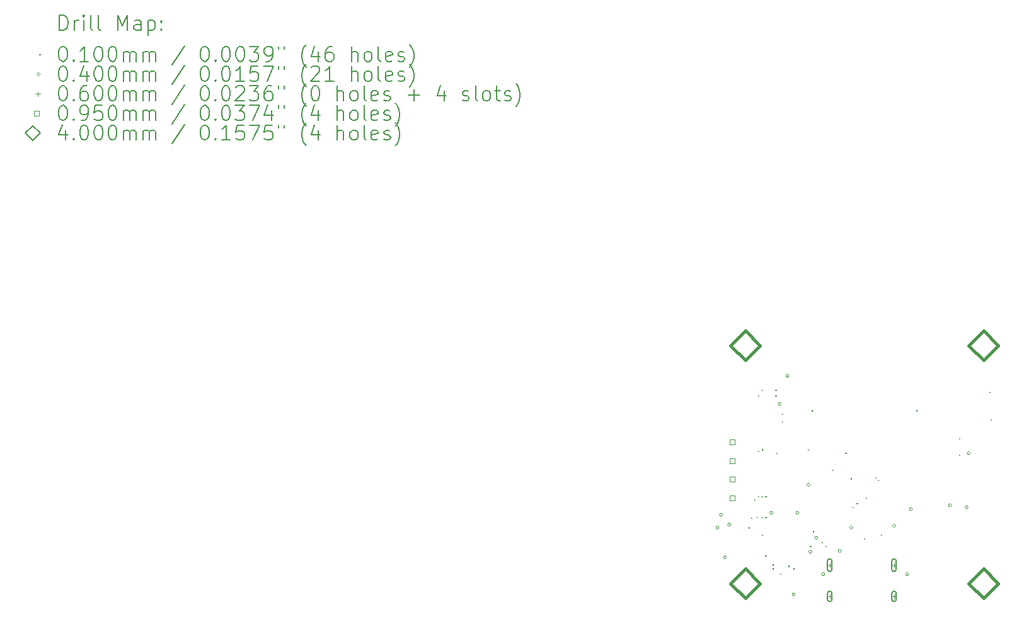
<source format=gbr>
%TF.GenerationSoftware,KiCad,Pcbnew,7.0.6*%
%TF.CreationDate,2025-03-26T20:14:59+01:00*%
%TF.ProjectId,Stepper ESP,53746570-7065-4722-9045-53502e6b6963,rev?*%
%TF.SameCoordinates,Original*%
%TF.FileFunction,Drillmap*%
%TF.FilePolarity,Positive*%
%FSLAX45Y45*%
G04 Gerber Fmt 4.5, Leading zero omitted, Abs format (unit mm)*
G04 Created by KiCad (PCBNEW 7.0.6) date 2025-03-26 20:14:59*
%MOMM*%
%LPD*%
G01*
G04 APERTURE LIST*
%ADD10C,0.200000*%
%ADD11C,0.010000*%
%ADD12C,0.040000*%
%ADD13C,0.060000*%
%ADD14C,0.095000*%
%ADD15C,0.400000*%
G04 APERTURE END LIST*
D10*
D11*
X9520000Y-6995000D02*
X9530000Y-7005000D01*
X9530000Y-6995000D02*
X9520000Y-7005000D01*
X9553552Y-6861448D02*
X9563552Y-6871448D01*
X9563552Y-6861448D02*
X9553552Y-6871448D01*
X9595000Y-6620000D02*
X9605000Y-6630000D01*
X9605000Y-6620000D02*
X9595000Y-6630000D01*
X9627937Y-6854909D02*
X9637937Y-6864909D01*
X9637937Y-6854909D02*
X9627937Y-6864909D01*
X9645000Y-5220000D02*
X9655000Y-5230000D01*
X9655000Y-5220000D02*
X9645000Y-5230000D01*
X9645000Y-5970000D02*
X9655000Y-5980000D01*
X9655000Y-5970000D02*
X9645000Y-5980000D01*
X9645000Y-6574950D02*
X9655000Y-6584950D01*
X9655000Y-6574950D02*
X9645000Y-6584950D01*
X9695000Y-5145000D02*
X9705000Y-5155000D01*
X9705000Y-5145000D02*
X9695000Y-5155000D01*
X9695000Y-5945000D02*
X9705000Y-5955000D01*
X9705000Y-5945000D02*
X9695000Y-5955000D01*
X9695000Y-6574950D02*
X9705000Y-6584950D01*
X9705000Y-6574950D02*
X9695000Y-6584950D01*
X9695000Y-6854950D02*
X9705000Y-6864950D01*
X9705000Y-6854950D02*
X9695000Y-6864950D01*
X9695000Y-7095000D02*
X9705000Y-7105000D01*
X9705000Y-7095000D02*
X9695000Y-7105000D01*
X9745000Y-6574950D02*
X9755000Y-6584950D01*
X9755000Y-6574950D02*
X9745000Y-6584950D01*
X9745000Y-6854950D02*
X9755000Y-6864950D01*
X9755000Y-6854950D02*
X9745000Y-6864950D01*
X9745000Y-7370000D02*
X9755000Y-7380000D01*
X9755000Y-7370000D02*
X9745000Y-7380000D01*
X9845000Y-7495000D02*
X9855000Y-7505000D01*
X9855000Y-7495000D02*
X9845000Y-7505000D01*
X9845000Y-7545000D02*
X9855000Y-7555000D01*
X9855000Y-7545000D02*
X9845000Y-7555000D01*
X9879901Y-5145000D02*
X9889901Y-5155000D01*
X9889901Y-5145000D02*
X9879901Y-5155000D01*
X9879950Y-5220000D02*
X9889950Y-5230000D01*
X9889950Y-5220000D02*
X9879950Y-5230000D01*
X9895000Y-5995000D02*
X9905000Y-6005000D01*
X9905000Y-5995000D02*
X9895000Y-6005000D01*
X9945000Y-7620000D02*
X9955000Y-7630000D01*
X9955000Y-7620000D02*
X9945000Y-7630000D01*
X9970000Y-5470000D02*
X9980000Y-5480000D01*
X9980000Y-5470000D02*
X9970000Y-5480000D01*
X9970000Y-5570000D02*
X9980000Y-5580000D01*
X9980000Y-5570000D02*
X9970000Y-5580000D01*
X10053552Y-7511448D02*
X10063552Y-7521448D01*
X10063552Y-7511448D02*
X10053552Y-7521448D01*
X10120000Y-7545000D02*
X10130000Y-7555000D01*
X10130000Y-7545000D02*
X10120000Y-7555000D01*
X10320000Y-5945000D02*
X10330000Y-5955000D01*
X10330000Y-5945000D02*
X10320000Y-5955000D01*
X10345000Y-7245000D02*
X10355000Y-7255000D01*
X10355000Y-7245000D02*
X10345000Y-7255000D01*
X10370000Y-5420000D02*
X10380000Y-5430000D01*
X10380000Y-5420000D02*
X10370000Y-5430000D01*
X10380403Y-7045808D02*
X10390403Y-7055808D01*
X10390403Y-7045808D02*
X10380403Y-7055808D01*
X10504950Y-7195000D02*
X10514950Y-7205000D01*
X10514950Y-7195000D02*
X10504950Y-7205000D01*
X10552400Y-7245000D02*
X10562400Y-7255000D01*
X10562400Y-7245000D02*
X10552400Y-7255000D01*
X10645000Y-6220000D02*
X10655000Y-6230000D01*
X10655000Y-6220000D02*
X10645000Y-6230000D01*
X10820000Y-5992450D02*
X10830000Y-6002450D01*
X10830000Y-5992450D02*
X10820000Y-6002450D01*
X10895000Y-6334325D02*
X10905000Y-6344325D01*
X10905000Y-6334325D02*
X10895000Y-6344325D01*
X10920000Y-6720000D02*
X10930000Y-6730000D01*
X10930000Y-6720000D02*
X10920000Y-6730000D01*
X10972450Y-6670000D02*
X10982450Y-6680000D01*
X10982450Y-6670000D02*
X10972450Y-6680000D01*
X11070000Y-7145000D02*
X11080000Y-7155000D01*
X11080000Y-7145000D02*
X11070000Y-7155000D01*
X11095050Y-6595000D02*
X11105050Y-6605000D01*
X11105050Y-6595000D02*
X11095050Y-6605000D01*
X11220000Y-6320000D02*
X11230000Y-6330000D01*
X11230000Y-6320000D02*
X11220000Y-6330000D01*
X11255320Y-6355320D02*
X11265320Y-6365320D01*
X11265320Y-6355320D02*
X11255320Y-6365320D01*
X11295000Y-7095000D02*
X11305000Y-7105000D01*
X11305000Y-7095000D02*
X11295000Y-7105000D01*
X11770000Y-5420000D02*
X11780000Y-5430000D01*
X11780000Y-5420000D02*
X11770000Y-5430000D01*
X12345000Y-5795000D02*
X12355000Y-5805000D01*
X12355000Y-5795000D02*
X12345000Y-5805000D01*
X12345000Y-6020000D02*
X12355000Y-6030000D01*
X12355000Y-6020000D02*
X12345000Y-6030000D01*
X12755000Y-5170000D02*
X12765000Y-5180000D01*
X12765000Y-5170000D02*
X12755000Y-5180000D01*
X12770000Y-5545000D02*
X12780000Y-5555000D01*
X12780000Y-5545000D02*
X12770000Y-5555000D01*
D12*
X9120000Y-7000000D02*
G75*
G03*
X9120000Y-7000000I-20000J0D01*
G01*
X9170000Y-6825000D02*
G75*
G03*
X9170000Y-6825000I-20000J0D01*
G01*
X9220000Y-7400000D02*
G75*
G03*
X9220000Y-7400000I-20000J0D01*
G01*
X9280069Y-6960069D02*
G75*
G03*
X9280069Y-6960069I-20000J0D01*
G01*
X9847550Y-6800000D02*
G75*
G03*
X9847550Y-6800000I-20000J0D01*
G01*
X9957500Y-5337500D02*
G75*
G03*
X9957500Y-5337500I-20000J0D01*
G01*
X10061179Y-4958927D02*
G75*
G03*
X10061179Y-4958927I-20000J0D01*
G01*
X10145000Y-7900000D02*
G75*
G03*
X10145000Y-7900000I-20000J0D01*
G01*
X10195000Y-6800000D02*
G75*
G03*
X10195000Y-6800000I-20000J0D01*
G01*
X10345000Y-6425000D02*
G75*
G03*
X10345000Y-6425000I-20000J0D01*
G01*
X10370000Y-7324950D02*
G75*
G03*
X10370000Y-7324950I-20000J0D01*
G01*
X10447734Y-7137266D02*
G75*
G03*
X10447734Y-7137266I-20000J0D01*
G01*
X10545000Y-7625000D02*
G75*
G03*
X10545000Y-7625000I-20000J0D01*
G01*
X10765914Y-7313950D02*
G75*
G03*
X10765914Y-7313950I-20000J0D01*
G01*
X10920000Y-7000000D02*
G75*
G03*
X10920000Y-7000000I-20000J0D01*
G01*
X11495000Y-6975000D02*
G75*
G03*
X11495000Y-6975000I-20000J0D01*
G01*
X11670000Y-7625000D02*
G75*
G03*
X11670000Y-7625000I-20000J0D01*
G01*
X11720000Y-6750000D02*
G75*
G03*
X11720000Y-6750000I-20000J0D01*
G01*
X12245000Y-6700000D02*
G75*
G03*
X12245000Y-6700000I-20000J0D01*
G01*
X12470000Y-6725000D02*
G75*
G03*
X12470000Y-6725000I-20000J0D01*
G01*
X12495000Y-6000000D02*
G75*
G03*
X12495000Y-6000000I-20000J0D01*
G01*
D13*
X10611000Y-7475000D02*
X10611000Y-7535000D01*
X10581000Y-7505000D02*
X10641000Y-7505000D01*
D10*
X10581000Y-7450000D02*
X10581000Y-7560000D01*
X10581000Y-7560000D02*
G75*
G03*
X10641000Y-7560000I30000J0D01*
G01*
X10641000Y-7560000D02*
X10641000Y-7450000D01*
X10641000Y-7450000D02*
G75*
G03*
X10581000Y-7450000I-30000J0D01*
G01*
D13*
X10611000Y-7895000D02*
X10611000Y-7955000D01*
X10581000Y-7925000D02*
X10641000Y-7925000D01*
D10*
X10581000Y-7885000D02*
X10581000Y-7965000D01*
X10581000Y-7965000D02*
G75*
G03*
X10641000Y-7965000I30000J0D01*
G01*
X10641000Y-7965000D02*
X10641000Y-7885000D01*
X10641000Y-7885000D02*
G75*
G03*
X10581000Y-7885000I-30000J0D01*
G01*
D13*
X11475000Y-7475000D02*
X11475000Y-7535000D01*
X11445000Y-7505000D02*
X11505000Y-7505000D01*
D10*
X11445000Y-7450000D02*
X11445000Y-7560000D01*
X11445000Y-7560000D02*
G75*
G03*
X11505000Y-7560000I30000J0D01*
G01*
X11505000Y-7560000D02*
X11505000Y-7450000D01*
X11505000Y-7450000D02*
G75*
G03*
X11445000Y-7450000I-30000J0D01*
G01*
D13*
X11475000Y-7895000D02*
X11475000Y-7955000D01*
X11445000Y-7925000D02*
X11505000Y-7925000D01*
D10*
X11445000Y-7885000D02*
X11445000Y-7965000D01*
X11445000Y-7965000D02*
G75*
G03*
X11505000Y-7965000I30000J0D01*
G01*
X11505000Y-7965000D02*
X11505000Y-7885000D01*
X11505000Y-7885000D02*
G75*
G03*
X11445000Y-7885000I-30000J0D01*
G01*
D14*
X9333588Y-5883588D02*
X9333588Y-5816412D01*
X9266412Y-5816412D01*
X9266412Y-5883588D01*
X9333588Y-5883588D01*
X9333588Y-6133588D02*
X9333588Y-6066412D01*
X9266412Y-6066412D01*
X9266412Y-6133588D01*
X9333588Y-6133588D01*
X9333588Y-6383588D02*
X9333588Y-6316412D01*
X9266412Y-6316412D01*
X9266412Y-6383588D01*
X9333588Y-6383588D01*
X9333588Y-6633588D02*
X9333588Y-6566412D01*
X9266412Y-6566412D01*
X9266412Y-6633588D01*
X9333588Y-6633588D01*
D15*
X9475000Y-4750000D02*
X9675000Y-4550000D01*
X9475000Y-4350000D01*
X9275000Y-4550000D01*
X9475000Y-4750000D01*
X9475000Y-7950000D02*
X9675000Y-7750000D01*
X9475000Y-7550000D01*
X9275000Y-7750000D01*
X9475000Y-7950000D01*
X12675000Y-4750000D02*
X12875000Y-4550000D01*
X12675000Y-4350000D01*
X12475000Y-4550000D01*
X12675000Y-4750000D01*
X12675000Y-7950000D02*
X12875000Y-7750000D01*
X12675000Y-7550000D01*
X12475000Y-7750000D01*
X12675000Y-7950000D01*
D10*
X260777Y-311484D02*
X260777Y-111484D01*
X260777Y-111484D02*
X308396Y-111484D01*
X308396Y-111484D02*
X336967Y-121008D01*
X336967Y-121008D02*
X356015Y-140055D01*
X356015Y-140055D02*
X365539Y-159103D01*
X365539Y-159103D02*
X375062Y-197198D01*
X375062Y-197198D02*
X375062Y-225769D01*
X375062Y-225769D02*
X365539Y-263865D01*
X365539Y-263865D02*
X356015Y-282912D01*
X356015Y-282912D02*
X336967Y-301960D01*
X336967Y-301960D02*
X308396Y-311484D01*
X308396Y-311484D02*
X260777Y-311484D01*
X460777Y-311484D02*
X460777Y-178150D01*
X460777Y-216246D02*
X470301Y-197198D01*
X470301Y-197198D02*
X479824Y-187674D01*
X479824Y-187674D02*
X498872Y-178150D01*
X498872Y-178150D02*
X517920Y-178150D01*
X584586Y-311484D02*
X584586Y-178150D01*
X584586Y-111484D02*
X575063Y-121008D01*
X575063Y-121008D02*
X584586Y-130531D01*
X584586Y-130531D02*
X594110Y-121008D01*
X594110Y-121008D02*
X584586Y-111484D01*
X584586Y-111484D02*
X584586Y-130531D01*
X708396Y-311484D02*
X689348Y-301960D01*
X689348Y-301960D02*
X679824Y-282912D01*
X679824Y-282912D02*
X679824Y-111484D01*
X813158Y-311484D02*
X794110Y-301960D01*
X794110Y-301960D02*
X784586Y-282912D01*
X784586Y-282912D02*
X784586Y-111484D01*
X1041729Y-311484D02*
X1041729Y-111484D01*
X1041729Y-111484D02*
X1108396Y-254341D01*
X1108396Y-254341D02*
X1175063Y-111484D01*
X1175063Y-111484D02*
X1175063Y-311484D01*
X1356015Y-311484D02*
X1356015Y-206722D01*
X1356015Y-206722D02*
X1346491Y-187674D01*
X1346491Y-187674D02*
X1327444Y-178150D01*
X1327444Y-178150D02*
X1289348Y-178150D01*
X1289348Y-178150D02*
X1270301Y-187674D01*
X1356015Y-301960D02*
X1336967Y-311484D01*
X1336967Y-311484D02*
X1289348Y-311484D01*
X1289348Y-311484D02*
X1270301Y-301960D01*
X1270301Y-301960D02*
X1260777Y-282912D01*
X1260777Y-282912D02*
X1260777Y-263865D01*
X1260777Y-263865D02*
X1270301Y-244817D01*
X1270301Y-244817D02*
X1289348Y-235293D01*
X1289348Y-235293D02*
X1336967Y-235293D01*
X1336967Y-235293D02*
X1356015Y-225769D01*
X1451253Y-178150D02*
X1451253Y-378150D01*
X1451253Y-187674D02*
X1470301Y-178150D01*
X1470301Y-178150D02*
X1508396Y-178150D01*
X1508396Y-178150D02*
X1527443Y-187674D01*
X1527443Y-187674D02*
X1536967Y-197198D01*
X1536967Y-197198D02*
X1546491Y-216246D01*
X1546491Y-216246D02*
X1546491Y-273389D01*
X1546491Y-273389D02*
X1536967Y-292436D01*
X1536967Y-292436D02*
X1527443Y-301960D01*
X1527443Y-301960D02*
X1508396Y-311484D01*
X1508396Y-311484D02*
X1470301Y-311484D01*
X1470301Y-311484D02*
X1451253Y-301960D01*
X1632205Y-292436D02*
X1641729Y-301960D01*
X1641729Y-301960D02*
X1632205Y-311484D01*
X1632205Y-311484D02*
X1622682Y-301960D01*
X1622682Y-301960D02*
X1632205Y-292436D01*
X1632205Y-292436D02*
X1632205Y-311484D01*
X1632205Y-187674D02*
X1641729Y-197198D01*
X1641729Y-197198D02*
X1632205Y-206722D01*
X1632205Y-206722D02*
X1622682Y-197198D01*
X1622682Y-197198D02*
X1632205Y-187674D01*
X1632205Y-187674D02*
X1632205Y-206722D01*
D11*
X-10000Y-635000D02*
X0Y-645000D01*
X0Y-635000D02*
X-10000Y-645000D01*
D10*
X298872Y-531484D02*
X317920Y-531484D01*
X317920Y-531484D02*
X336967Y-541008D01*
X336967Y-541008D02*
X346491Y-550531D01*
X346491Y-550531D02*
X356015Y-569579D01*
X356015Y-569579D02*
X365539Y-607674D01*
X365539Y-607674D02*
X365539Y-655293D01*
X365539Y-655293D02*
X356015Y-693389D01*
X356015Y-693389D02*
X346491Y-712436D01*
X346491Y-712436D02*
X336967Y-721960D01*
X336967Y-721960D02*
X317920Y-731484D01*
X317920Y-731484D02*
X298872Y-731484D01*
X298872Y-731484D02*
X279824Y-721960D01*
X279824Y-721960D02*
X270301Y-712436D01*
X270301Y-712436D02*
X260777Y-693389D01*
X260777Y-693389D02*
X251253Y-655293D01*
X251253Y-655293D02*
X251253Y-607674D01*
X251253Y-607674D02*
X260777Y-569579D01*
X260777Y-569579D02*
X270301Y-550531D01*
X270301Y-550531D02*
X279824Y-541008D01*
X279824Y-541008D02*
X298872Y-531484D01*
X451253Y-712436D02*
X460777Y-721960D01*
X460777Y-721960D02*
X451253Y-731484D01*
X451253Y-731484D02*
X441729Y-721960D01*
X441729Y-721960D02*
X451253Y-712436D01*
X451253Y-712436D02*
X451253Y-731484D01*
X651253Y-731484D02*
X536967Y-731484D01*
X594110Y-731484D02*
X594110Y-531484D01*
X594110Y-531484D02*
X575063Y-560055D01*
X575063Y-560055D02*
X556015Y-579103D01*
X556015Y-579103D02*
X536967Y-588627D01*
X775062Y-531484D02*
X794110Y-531484D01*
X794110Y-531484D02*
X813158Y-541008D01*
X813158Y-541008D02*
X822682Y-550531D01*
X822682Y-550531D02*
X832205Y-569579D01*
X832205Y-569579D02*
X841729Y-607674D01*
X841729Y-607674D02*
X841729Y-655293D01*
X841729Y-655293D02*
X832205Y-693389D01*
X832205Y-693389D02*
X822682Y-712436D01*
X822682Y-712436D02*
X813158Y-721960D01*
X813158Y-721960D02*
X794110Y-731484D01*
X794110Y-731484D02*
X775062Y-731484D01*
X775062Y-731484D02*
X756015Y-721960D01*
X756015Y-721960D02*
X746491Y-712436D01*
X746491Y-712436D02*
X736967Y-693389D01*
X736967Y-693389D02*
X727443Y-655293D01*
X727443Y-655293D02*
X727443Y-607674D01*
X727443Y-607674D02*
X736967Y-569579D01*
X736967Y-569579D02*
X746491Y-550531D01*
X746491Y-550531D02*
X756015Y-541008D01*
X756015Y-541008D02*
X775062Y-531484D01*
X965539Y-531484D02*
X984586Y-531484D01*
X984586Y-531484D02*
X1003634Y-541008D01*
X1003634Y-541008D02*
X1013158Y-550531D01*
X1013158Y-550531D02*
X1022682Y-569579D01*
X1022682Y-569579D02*
X1032205Y-607674D01*
X1032205Y-607674D02*
X1032205Y-655293D01*
X1032205Y-655293D02*
X1022682Y-693389D01*
X1022682Y-693389D02*
X1013158Y-712436D01*
X1013158Y-712436D02*
X1003634Y-721960D01*
X1003634Y-721960D02*
X984586Y-731484D01*
X984586Y-731484D02*
X965539Y-731484D01*
X965539Y-731484D02*
X946491Y-721960D01*
X946491Y-721960D02*
X936967Y-712436D01*
X936967Y-712436D02*
X927443Y-693389D01*
X927443Y-693389D02*
X917920Y-655293D01*
X917920Y-655293D02*
X917920Y-607674D01*
X917920Y-607674D02*
X927443Y-569579D01*
X927443Y-569579D02*
X936967Y-550531D01*
X936967Y-550531D02*
X946491Y-541008D01*
X946491Y-541008D02*
X965539Y-531484D01*
X1117920Y-731484D02*
X1117920Y-598150D01*
X1117920Y-617198D02*
X1127444Y-607674D01*
X1127444Y-607674D02*
X1146491Y-598150D01*
X1146491Y-598150D02*
X1175063Y-598150D01*
X1175063Y-598150D02*
X1194110Y-607674D01*
X1194110Y-607674D02*
X1203634Y-626722D01*
X1203634Y-626722D02*
X1203634Y-731484D01*
X1203634Y-626722D02*
X1213158Y-607674D01*
X1213158Y-607674D02*
X1232205Y-598150D01*
X1232205Y-598150D02*
X1260777Y-598150D01*
X1260777Y-598150D02*
X1279825Y-607674D01*
X1279825Y-607674D02*
X1289348Y-626722D01*
X1289348Y-626722D02*
X1289348Y-731484D01*
X1384586Y-731484D02*
X1384586Y-598150D01*
X1384586Y-617198D02*
X1394110Y-607674D01*
X1394110Y-607674D02*
X1413158Y-598150D01*
X1413158Y-598150D02*
X1441729Y-598150D01*
X1441729Y-598150D02*
X1460777Y-607674D01*
X1460777Y-607674D02*
X1470301Y-626722D01*
X1470301Y-626722D02*
X1470301Y-731484D01*
X1470301Y-626722D02*
X1479824Y-607674D01*
X1479824Y-607674D02*
X1498872Y-598150D01*
X1498872Y-598150D02*
X1527443Y-598150D01*
X1527443Y-598150D02*
X1546491Y-607674D01*
X1546491Y-607674D02*
X1556015Y-626722D01*
X1556015Y-626722D02*
X1556015Y-731484D01*
X1946491Y-521960D02*
X1775063Y-779103D01*
X2203634Y-531484D02*
X2222682Y-531484D01*
X2222682Y-531484D02*
X2241729Y-541008D01*
X2241729Y-541008D02*
X2251253Y-550531D01*
X2251253Y-550531D02*
X2260777Y-569579D01*
X2260777Y-569579D02*
X2270301Y-607674D01*
X2270301Y-607674D02*
X2270301Y-655293D01*
X2270301Y-655293D02*
X2260777Y-693389D01*
X2260777Y-693389D02*
X2251253Y-712436D01*
X2251253Y-712436D02*
X2241729Y-721960D01*
X2241729Y-721960D02*
X2222682Y-731484D01*
X2222682Y-731484D02*
X2203634Y-731484D01*
X2203634Y-731484D02*
X2184587Y-721960D01*
X2184587Y-721960D02*
X2175063Y-712436D01*
X2175063Y-712436D02*
X2165539Y-693389D01*
X2165539Y-693389D02*
X2156015Y-655293D01*
X2156015Y-655293D02*
X2156015Y-607674D01*
X2156015Y-607674D02*
X2165539Y-569579D01*
X2165539Y-569579D02*
X2175063Y-550531D01*
X2175063Y-550531D02*
X2184587Y-541008D01*
X2184587Y-541008D02*
X2203634Y-531484D01*
X2356015Y-712436D02*
X2365539Y-721960D01*
X2365539Y-721960D02*
X2356015Y-731484D01*
X2356015Y-731484D02*
X2346491Y-721960D01*
X2346491Y-721960D02*
X2356015Y-712436D01*
X2356015Y-712436D02*
X2356015Y-731484D01*
X2489348Y-531484D02*
X2508396Y-531484D01*
X2508396Y-531484D02*
X2527444Y-541008D01*
X2527444Y-541008D02*
X2536968Y-550531D01*
X2536968Y-550531D02*
X2546491Y-569579D01*
X2546491Y-569579D02*
X2556015Y-607674D01*
X2556015Y-607674D02*
X2556015Y-655293D01*
X2556015Y-655293D02*
X2546491Y-693389D01*
X2546491Y-693389D02*
X2536968Y-712436D01*
X2536968Y-712436D02*
X2527444Y-721960D01*
X2527444Y-721960D02*
X2508396Y-731484D01*
X2508396Y-731484D02*
X2489348Y-731484D01*
X2489348Y-731484D02*
X2470301Y-721960D01*
X2470301Y-721960D02*
X2460777Y-712436D01*
X2460777Y-712436D02*
X2451253Y-693389D01*
X2451253Y-693389D02*
X2441729Y-655293D01*
X2441729Y-655293D02*
X2441729Y-607674D01*
X2441729Y-607674D02*
X2451253Y-569579D01*
X2451253Y-569579D02*
X2460777Y-550531D01*
X2460777Y-550531D02*
X2470301Y-541008D01*
X2470301Y-541008D02*
X2489348Y-531484D01*
X2679825Y-531484D02*
X2698872Y-531484D01*
X2698872Y-531484D02*
X2717920Y-541008D01*
X2717920Y-541008D02*
X2727444Y-550531D01*
X2727444Y-550531D02*
X2736968Y-569579D01*
X2736968Y-569579D02*
X2746491Y-607674D01*
X2746491Y-607674D02*
X2746491Y-655293D01*
X2746491Y-655293D02*
X2736968Y-693389D01*
X2736968Y-693389D02*
X2727444Y-712436D01*
X2727444Y-712436D02*
X2717920Y-721960D01*
X2717920Y-721960D02*
X2698872Y-731484D01*
X2698872Y-731484D02*
X2679825Y-731484D01*
X2679825Y-731484D02*
X2660777Y-721960D01*
X2660777Y-721960D02*
X2651253Y-712436D01*
X2651253Y-712436D02*
X2641729Y-693389D01*
X2641729Y-693389D02*
X2632206Y-655293D01*
X2632206Y-655293D02*
X2632206Y-607674D01*
X2632206Y-607674D02*
X2641729Y-569579D01*
X2641729Y-569579D02*
X2651253Y-550531D01*
X2651253Y-550531D02*
X2660777Y-541008D01*
X2660777Y-541008D02*
X2679825Y-531484D01*
X2813158Y-531484D02*
X2936967Y-531484D01*
X2936967Y-531484D02*
X2870301Y-607674D01*
X2870301Y-607674D02*
X2898872Y-607674D01*
X2898872Y-607674D02*
X2917920Y-617198D01*
X2917920Y-617198D02*
X2927444Y-626722D01*
X2927444Y-626722D02*
X2936967Y-645770D01*
X2936967Y-645770D02*
X2936967Y-693389D01*
X2936967Y-693389D02*
X2927444Y-712436D01*
X2927444Y-712436D02*
X2917920Y-721960D01*
X2917920Y-721960D02*
X2898872Y-731484D01*
X2898872Y-731484D02*
X2841729Y-731484D01*
X2841729Y-731484D02*
X2822682Y-721960D01*
X2822682Y-721960D02*
X2813158Y-712436D01*
X3032206Y-731484D02*
X3070301Y-731484D01*
X3070301Y-731484D02*
X3089348Y-721960D01*
X3089348Y-721960D02*
X3098872Y-712436D01*
X3098872Y-712436D02*
X3117920Y-683865D01*
X3117920Y-683865D02*
X3127444Y-645770D01*
X3127444Y-645770D02*
X3127444Y-569579D01*
X3127444Y-569579D02*
X3117920Y-550531D01*
X3117920Y-550531D02*
X3108396Y-541008D01*
X3108396Y-541008D02*
X3089348Y-531484D01*
X3089348Y-531484D02*
X3051253Y-531484D01*
X3051253Y-531484D02*
X3032206Y-541008D01*
X3032206Y-541008D02*
X3022682Y-550531D01*
X3022682Y-550531D02*
X3013158Y-569579D01*
X3013158Y-569579D02*
X3013158Y-617198D01*
X3013158Y-617198D02*
X3022682Y-636246D01*
X3022682Y-636246D02*
X3032206Y-645770D01*
X3032206Y-645770D02*
X3051253Y-655293D01*
X3051253Y-655293D02*
X3089348Y-655293D01*
X3089348Y-655293D02*
X3108396Y-645770D01*
X3108396Y-645770D02*
X3117920Y-636246D01*
X3117920Y-636246D02*
X3127444Y-617198D01*
X3203634Y-531484D02*
X3203634Y-569579D01*
X3279825Y-531484D02*
X3279825Y-569579D01*
X3575063Y-807674D02*
X3565539Y-798150D01*
X3565539Y-798150D02*
X3546491Y-769579D01*
X3546491Y-769579D02*
X3536968Y-750531D01*
X3536968Y-750531D02*
X3527444Y-721960D01*
X3527444Y-721960D02*
X3517920Y-674341D01*
X3517920Y-674341D02*
X3517920Y-636246D01*
X3517920Y-636246D02*
X3527444Y-588627D01*
X3527444Y-588627D02*
X3536968Y-560055D01*
X3536968Y-560055D02*
X3546491Y-541008D01*
X3546491Y-541008D02*
X3565539Y-512436D01*
X3565539Y-512436D02*
X3575063Y-502912D01*
X3736968Y-598150D02*
X3736968Y-731484D01*
X3689348Y-521960D02*
X3641729Y-664817D01*
X3641729Y-664817D02*
X3765539Y-664817D01*
X3927444Y-531484D02*
X3889348Y-531484D01*
X3889348Y-531484D02*
X3870301Y-541008D01*
X3870301Y-541008D02*
X3860777Y-550531D01*
X3860777Y-550531D02*
X3841729Y-579103D01*
X3841729Y-579103D02*
X3832206Y-617198D01*
X3832206Y-617198D02*
X3832206Y-693389D01*
X3832206Y-693389D02*
X3841729Y-712436D01*
X3841729Y-712436D02*
X3851253Y-721960D01*
X3851253Y-721960D02*
X3870301Y-731484D01*
X3870301Y-731484D02*
X3908396Y-731484D01*
X3908396Y-731484D02*
X3927444Y-721960D01*
X3927444Y-721960D02*
X3936968Y-712436D01*
X3936968Y-712436D02*
X3946491Y-693389D01*
X3946491Y-693389D02*
X3946491Y-645770D01*
X3946491Y-645770D02*
X3936968Y-626722D01*
X3936968Y-626722D02*
X3927444Y-617198D01*
X3927444Y-617198D02*
X3908396Y-607674D01*
X3908396Y-607674D02*
X3870301Y-607674D01*
X3870301Y-607674D02*
X3851253Y-617198D01*
X3851253Y-617198D02*
X3841729Y-626722D01*
X3841729Y-626722D02*
X3832206Y-645770D01*
X4184587Y-731484D02*
X4184587Y-531484D01*
X4270301Y-731484D02*
X4270301Y-626722D01*
X4270301Y-626722D02*
X4260777Y-607674D01*
X4260777Y-607674D02*
X4241730Y-598150D01*
X4241730Y-598150D02*
X4213158Y-598150D01*
X4213158Y-598150D02*
X4194110Y-607674D01*
X4194110Y-607674D02*
X4184587Y-617198D01*
X4394111Y-731484D02*
X4375063Y-721960D01*
X4375063Y-721960D02*
X4365539Y-712436D01*
X4365539Y-712436D02*
X4356015Y-693389D01*
X4356015Y-693389D02*
X4356015Y-636246D01*
X4356015Y-636246D02*
X4365539Y-617198D01*
X4365539Y-617198D02*
X4375063Y-607674D01*
X4375063Y-607674D02*
X4394111Y-598150D01*
X4394111Y-598150D02*
X4422682Y-598150D01*
X4422682Y-598150D02*
X4441730Y-607674D01*
X4441730Y-607674D02*
X4451253Y-617198D01*
X4451253Y-617198D02*
X4460777Y-636246D01*
X4460777Y-636246D02*
X4460777Y-693389D01*
X4460777Y-693389D02*
X4451253Y-712436D01*
X4451253Y-712436D02*
X4441730Y-721960D01*
X4441730Y-721960D02*
X4422682Y-731484D01*
X4422682Y-731484D02*
X4394111Y-731484D01*
X4575063Y-731484D02*
X4556015Y-721960D01*
X4556015Y-721960D02*
X4546492Y-702912D01*
X4546492Y-702912D02*
X4546492Y-531484D01*
X4727444Y-721960D02*
X4708396Y-731484D01*
X4708396Y-731484D02*
X4670301Y-731484D01*
X4670301Y-731484D02*
X4651253Y-721960D01*
X4651253Y-721960D02*
X4641730Y-702912D01*
X4641730Y-702912D02*
X4641730Y-626722D01*
X4641730Y-626722D02*
X4651253Y-607674D01*
X4651253Y-607674D02*
X4670301Y-598150D01*
X4670301Y-598150D02*
X4708396Y-598150D01*
X4708396Y-598150D02*
X4727444Y-607674D01*
X4727444Y-607674D02*
X4736968Y-626722D01*
X4736968Y-626722D02*
X4736968Y-645770D01*
X4736968Y-645770D02*
X4641730Y-664817D01*
X4813158Y-721960D02*
X4832206Y-731484D01*
X4832206Y-731484D02*
X4870301Y-731484D01*
X4870301Y-731484D02*
X4889349Y-721960D01*
X4889349Y-721960D02*
X4898873Y-702912D01*
X4898873Y-702912D02*
X4898873Y-693389D01*
X4898873Y-693389D02*
X4889349Y-674341D01*
X4889349Y-674341D02*
X4870301Y-664817D01*
X4870301Y-664817D02*
X4841730Y-664817D01*
X4841730Y-664817D02*
X4822682Y-655293D01*
X4822682Y-655293D02*
X4813158Y-636246D01*
X4813158Y-636246D02*
X4813158Y-626722D01*
X4813158Y-626722D02*
X4822682Y-607674D01*
X4822682Y-607674D02*
X4841730Y-598150D01*
X4841730Y-598150D02*
X4870301Y-598150D01*
X4870301Y-598150D02*
X4889349Y-607674D01*
X4965539Y-807674D02*
X4975063Y-798150D01*
X4975063Y-798150D02*
X4994111Y-769579D01*
X4994111Y-769579D02*
X5003634Y-750531D01*
X5003634Y-750531D02*
X5013158Y-721960D01*
X5013158Y-721960D02*
X5022682Y-674341D01*
X5022682Y-674341D02*
X5022682Y-636246D01*
X5022682Y-636246D02*
X5013158Y-588627D01*
X5013158Y-588627D02*
X5003634Y-560055D01*
X5003634Y-560055D02*
X4994111Y-541008D01*
X4994111Y-541008D02*
X4975063Y-512436D01*
X4975063Y-512436D02*
X4965539Y-502912D01*
D12*
X0Y-904000D02*
G75*
G03*
X0Y-904000I-20000J0D01*
G01*
D10*
X298872Y-795484D02*
X317920Y-795484D01*
X317920Y-795484D02*
X336967Y-805008D01*
X336967Y-805008D02*
X346491Y-814531D01*
X346491Y-814531D02*
X356015Y-833579D01*
X356015Y-833579D02*
X365539Y-871674D01*
X365539Y-871674D02*
X365539Y-919293D01*
X365539Y-919293D02*
X356015Y-957388D01*
X356015Y-957388D02*
X346491Y-976436D01*
X346491Y-976436D02*
X336967Y-985960D01*
X336967Y-985960D02*
X317920Y-995484D01*
X317920Y-995484D02*
X298872Y-995484D01*
X298872Y-995484D02*
X279824Y-985960D01*
X279824Y-985960D02*
X270301Y-976436D01*
X270301Y-976436D02*
X260777Y-957388D01*
X260777Y-957388D02*
X251253Y-919293D01*
X251253Y-919293D02*
X251253Y-871674D01*
X251253Y-871674D02*
X260777Y-833579D01*
X260777Y-833579D02*
X270301Y-814531D01*
X270301Y-814531D02*
X279824Y-805008D01*
X279824Y-805008D02*
X298872Y-795484D01*
X451253Y-976436D02*
X460777Y-985960D01*
X460777Y-985960D02*
X451253Y-995484D01*
X451253Y-995484D02*
X441729Y-985960D01*
X441729Y-985960D02*
X451253Y-976436D01*
X451253Y-976436D02*
X451253Y-995484D01*
X632205Y-862150D02*
X632205Y-995484D01*
X584586Y-785960D02*
X536967Y-928817D01*
X536967Y-928817D02*
X660777Y-928817D01*
X775062Y-795484D02*
X794110Y-795484D01*
X794110Y-795484D02*
X813158Y-805008D01*
X813158Y-805008D02*
X822682Y-814531D01*
X822682Y-814531D02*
X832205Y-833579D01*
X832205Y-833579D02*
X841729Y-871674D01*
X841729Y-871674D02*
X841729Y-919293D01*
X841729Y-919293D02*
X832205Y-957388D01*
X832205Y-957388D02*
X822682Y-976436D01*
X822682Y-976436D02*
X813158Y-985960D01*
X813158Y-985960D02*
X794110Y-995484D01*
X794110Y-995484D02*
X775062Y-995484D01*
X775062Y-995484D02*
X756015Y-985960D01*
X756015Y-985960D02*
X746491Y-976436D01*
X746491Y-976436D02*
X736967Y-957388D01*
X736967Y-957388D02*
X727443Y-919293D01*
X727443Y-919293D02*
X727443Y-871674D01*
X727443Y-871674D02*
X736967Y-833579D01*
X736967Y-833579D02*
X746491Y-814531D01*
X746491Y-814531D02*
X756015Y-805008D01*
X756015Y-805008D02*
X775062Y-795484D01*
X965539Y-795484D02*
X984586Y-795484D01*
X984586Y-795484D02*
X1003634Y-805008D01*
X1003634Y-805008D02*
X1013158Y-814531D01*
X1013158Y-814531D02*
X1022682Y-833579D01*
X1022682Y-833579D02*
X1032205Y-871674D01*
X1032205Y-871674D02*
X1032205Y-919293D01*
X1032205Y-919293D02*
X1022682Y-957388D01*
X1022682Y-957388D02*
X1013158Y-976436D01*
X1013158Y-976436D02*
X1003634Y-985960D01*
X1003634Y-985960D02*
X984586Y-995484D01*
X984586Y-995484D02*
X965539Y-995484D01*
X965539Y-995484D02*
X946491Y-985960D01*
X946491Y-985960D02*
X936967Y-976436D01*
X936967Y-976436D02*
X927443Y-957388D01*
X927443Y-957388D02*
X917920Y-919293D01*
X917920Y-919293D02*
X917920Y-871674D01*
X917920Y-871674D02*
X927443Y-833579D01*
X927443Y-833579D02*
X936967Y-814531D01*
X936967Y-814531D02*
X946491Y-805008D01*
X946491Y-805008D02*
X965539Y-795484D01*
X1117920Y-995484D02*
X1117920Y-862150D01*
X1117920Y-881198D02*
X1127444Y-871674D01*
X1127444Y-871674D02*
X1146491Y-862150D01*
X1146491Y-862150D02*
X1175063Y-862150D01*
X1175063Y-862150D02*
X1194110Y-871674D01*
X1194110Y-871674D02*
X1203634Y-890722D01*
X1203634Y-890722D02*
X1203634Y-995484D01*
X1203634Y-890722D02*
X1213158Y-871674D01*
X1213158Y-871674D02*
X1232205Y-862150D01*
X1232205Y-862150D02*
X1260777Y-862150D01*
X1260777Y-862150D02*
X1279825Y-871674D01*
X1279825Y-871674D02*
X1289348Y-890722D01*
X1289348Y-890722D02*
X1289348Y-995484D01*
X1384586Y-995484D02*
X1384586Y-862150D01*
X1384586Y-881198D02*
X1394110Y-871674D01*
X1394110Y-871674D02*
X1413158Y-862150D01*
X1413158Y-862150D02*
X1441729Y-862150D01*
X1441729Y-862150D02*
X1460777Y-871674D01*
X1460777Y-871674D02*
X1470301Y-890722D01*
X1470301Y-890722D02*
X1470301Y-995484D01*
X1470301Y-890722D02*
X1479824Y-871674D01*
X1479824Y-871674D02*
X1498872Y-862150D01*
X1498872Y-862150D02*
X1527443Y-862150D01*
X1527443Y-862150D02*
X1546491Y-871674D01*
X1546491Y-871674D02*
X1556015Y-890722D01*
X1556015Y-890722D02*
X1556015Y-995484D01*
X1946491Y-785960D02*
X1775063Y-1043103D01*
X2203634Y-795484D02*
X2222682Y-795484D01*
X2222682Y-795484D02*
X2241729Y-805008D01*
X2241729Y-805008D02*
X2251253Y-814531D01*
X2251253Y-814531D02*
X2260777Y-833579D01*
X2260777Y-833579D02*
X2270301Y-871674D01*
X2270301Y-871674D02*
X2270301Y-919293D01*
X2270301Y-919293D02*
X2260777Y-957388D01*
X2260777Y-957388D02*
X2251253Y-976436D01*
X2251253Y-976436D02*
X2241729Y-985960D01*
X2241729Y-985960D02*
X2222682Y-995484D01*
X2222682Y-995484D02*
X2203634Y-995484D01*
X2203634Y-995484D02*
X2184587Y-985960D01*
X2184587Y-985960D02*
X2175063Y-976436D01*
X2175063Y-976436D02*
X2165539Y-957388D01*
X2165539Y-957388D02*
X2156015Y-919293D01*
X2156015Y-919293D02*
X2156015Y-871674D01*
X2156015Y-871674D02*
X2165539Y-833579D01*
X2165539Y-833579D02*
X2175063Y-814531D01*
X2175063Y-814531D02*
X2184587Y-805008D01*
X2184587Y-805008D02*
X2203634Y-795484D01*
X2356015Y-976436D02*
X2365539Y-985960D01*
X2365539Y-985960D02*
X2356015Y-995484D01*
X2356015Y-995484D02*
X2346491Y-985960D01*
X2346491Y-985960D02*
X2356015Y-976436D01*
X2356015Y-976436D02*
X2356015Y-995484D01*
X2489348Y-795484D02*
X2508396Y-795484D01*
X2508396Y-795484D02*
X2527444Y-805008D01*
X2527444Y-805008D02*
X2536968Y-814531D01*
X2536968Y-814531D02*
X2546491Y-833579D01*
X2546491Y-833579D02*
X2556015Y-871674D01*
X2556015Y-871674D02*
X2556015Y-919293D01*
X2556015Y-919293D02*
X2546491Y-957388D01*
X2546491Y-957388D02*
X2536968Y-976436D01*
X2536968Y-976436D02*
X2527444Y-985960D01*
X2527444Y-985960D02*
X2508396Y-995484D01*
X2508396Y-995484D02*
X2489348Y-995484D01*
X2489348Y-995484D02*
X2470301Y-985960D01*
X2470301Y-985960D02*
X2460777Y-976436D01*
X2460777Y-976436D02*
X2451253Y-957388D01*
X2451253Y-957388D02*
X2441729Y-919293D01*
X2441729Y-919293D02*
X2441729Y-871674D01*
X2441729Y-871674D02*
X2451253Y-833579D01*
X2451253Y-833579D02*
X2460777Y-814531D01*
X2460777Y-814531D02*
X2470301Y-805008D01*
X2470301Y-805008D02*
X2489348Y-795484D01*
X2746491Y-995484D02*
X2632206Y-995484D01*
X2689348Y-995484D02*
X2689348Y-795484D01*
X2689348Y-795484D02*
X2670301Y-824055D01*
X2670301Y-824055D02*
X2651253Y-843103D01*
X2651253Y-843103D02*
X2632206Y-852627D01*
X2927444Y-795484D02*
X2832206Y-795484D01*
X2832206Y-795484D02*
X2822682Y-890722D01*
X2822682Y-890722D02*
X2832206Y-881198D01*
X2832206Y-881198D02*
X2851253Y-871674D01*
X2851253Y-871674D02*
X2898872Y-871674D01*
X2898872Y-871674D02*
X2917920Y-881198D01*
X2917920Y-881198D02*
X2927444Y-890722D01*
X2927444Y-890722D02*
X2936967Y-909769D01*
X2936967Y-909769D02*
X2936967Y-957388D01*
X2936967Y-957388D02*
X2927444Y-976436D01*
X2927444Y-976436D02*
X2917920Y-985960D01*
X2917920Y-985960D02*
X2898872Y-995484D01*
X2898872Y-995484D02*
X2851253Y-995484D01*
X2851253Y-995484D02*
X2832206Y-985960D01*
X2832206Y-985960D02*
X2822682Y-976436D01*
X3003634Y-795484D02*
X3136967Y-795484D01*
X3136967Y-795484D02*
X3051253Y-995484D01*
X3203634Y-795484D02*
X3203634Y-833579D01*
X3279825Y-795484D02*
X3279825Y-833579D01*
X3575063Y-1071674D02*
X3565539Y-1062150D01*
X3565539Y-1062150D02*
X3546491Y-1033579D01*
X3546491Y-1033579D02*
X3536968Y-1014531D01*
X3536968Y-1014531D02*
X3527444Y-985960D01*
X3527444Y-985960D02*
X3517920Y-938341D01*
X3517920Y-938341D02*
X3517920Y-900246D01*
X3517920Y-900246D02*
X3527444Y-852627D01*
X3527444Y-852627D02*
X3536968Y-824055D01*
X3536968Y-824055D02*
X3546491Y-805008D01*
X3546491Y-805008D02*
X3565539Y-776436D01*
X3565539Y-776436D02*
X3575063Y-766912D01*
X3641729Y-814531D02*
X3651253Y-805008D01*
X3651253Y-805008D02*
X3670301Y-795484D01*
X3670301Y-795484D02*
X3717920Y-795484D01*
X3717920Y-795484D02*
X3736968Y-805008D01*
X3736968Y-805008D02*
X3746491Y-814531D01*
X3746491Y-814531D02*
X3756015Y-833579D01*
X3756015Y-833579D02*
X3756015Y-852627D01*
X3756015Y-852627D02*
X3746491Y-881198D01*
X3746491Y-881198D02*
X3632206Y-995484D01*
X3632206Y-995484D02*
X3756015Y-995484D01*
X3946491Y-995484D02*
X3832206Y-995484D01*
X3889348Y-995484D02*
X3889348Y-795484D01*
X3889348Y-795484D02*
X3870301Y-824055D01*
X3870301Y-824055D02*
X3851253Y-843103D01*
X3851253Y-843103D02*
X3832206Y-852627D01*
X4184587Y-995484D02*
X4184587Y-795484D01*
X4270301Y-995484D02*
X4270301Y-890722D01*
X4270301Y-890722D02*
X4260777Y-871674D01*
X4260777Y-871674D02*
X4241730Y-862150D01*
X4241730Y-862150D02*
X4213158Y-862150D01*
X4213158Y-862150D02*
X4194110Y-871674D01*
X4194110Y-871674D02*
X4184587Y-881198D01*
X4394111Y-995484D02*
X4375063Y-985960D01*
X4375063Y-985960D02*
X4365539Y-976436D01*
X4365539Y-976436D02*
X4356015Y-957388D01*
X4356015Y-957388D02*
X4356015Y-900246D01*
X4356015Y-900246D02*
X4365539Y-881198D01*
X4365539Y-881198D02*
X4375063Y-871674D01*
X4375063Y-871674D02*
X4394111Y-862150D01*
X4394111Y-862150D02*
X4422682Y-862150D01*
X4422682Y-862150D02*
X4441730Y-871674D01*
X4441730Y-871674D02*
X4451253Y-881198D01*
X4451253Y-881198D02*
X4460777Y-900246D01*
X4460777Y-900246D02*
X4460777Y-957388D01*
X4460777Y-957388D02*
X4451253Y-976436D01*
X4451253Y-976436D02*
X4441730Y-985960D01*
X4441730Y-985960D02*
X4422682Y-995484D01*
X4422682Y-995484D02*
X4394111Y-995484D01*
X4575063Y-995484D02*
X4556015Y-985960D01*
X4556015Y-985960D02*
X4546492Y-966912D01*
X4546492Y-966912D02*
X4546492Y-795484D01*
X4727444Y-985960D02*
X4708396Y-995484D01*
X4708396Y-995484D02*
X4670301Y-995484D01*
X4670301Y-995484D02*
X4651253Y-985960D01*
X4651253Y-985960D02*
X4641730Y-966912D01*
X4641730Y-966912D02*
X4641730Y-890722D01*
X4641730Y-890722D02*
X4651253Y-871674D01*
X4651253Y-871674D02*
X4670301Y-862150D01*
X4670301Y-862150D02*
X4708396Y-862150D01*
X4708396Y-862150D02*
X4727444Y-871674D01*
X4727444Y-871674D02*
X4736968Y-890722D01*
X4736968Y-890722D02*
X4736968Y-909769D01*
X4736968Y-909769D02*
X4641730Y-928817D01*
X4813158Y-985960D02*
X4832206Y-995484D01*
X4832206Y-995484D02*
X4870301Y-995484D01*
X4870301Y-995484D02*
X4889349Y-985960D01*
X4889349Y-985960D02*
X4898873Y-966912D01*
X4898873Y-966912D02*
X4898873Y-957388D01*
X4898873Y-957388D02*
X4889349Y-938341D01*
X4889349Y-938341D02*
X4870301Y-928817D01*
X4870301Y-928817D02*
X4841730Y-928817D01*
X4841730Y-928817D02*
X4822682Y-919293D01*
X4822682Y-919293D02*
X4813158Y-900246D01*
X4813158Y-900246D02*
X4813158Y-890722D01*
X4813158Y-890722D02*
X4822682Y-871674D01*
X4822682Y-871674D02*
X4841730Y-862150D01*
X4841730Y-862150D02*
X4870301Y-862150D01*
X4870301Y-862150D02*
X4889349Y-871674D01*
X4965539Y-1071674D02*
X4975063Y-1062150D01*
X4975063Y-1062150D02*
X4994111Y-1033579D01*
X4994111Y-1033579D02*
X5003634Y-1014531D01*
X5003634Y-1014531D02*
X5013158Y-985960D01*
X5013158Y-985960D02*
X5022682Y-938341D01*
X5022682Y-938341D02*
X5022682Y-900246D01*
X5022682Y-900246D02*
X5013158Y-852627D01*
X5013158Y-852627D02*
X5003634Y-824055D01*
X5003634Y-824055D02*
X4994111Y-805008D01*
X4994111Y-805008D02*
X4975063Y-776436D01*
X4975063Y-776436D02*
X4965539Y-766912D01*
D13*
X-30000Y-1138000D02*
X-30000Y-1198000D01*
X-60000Y-1168000D02*
X0Y-1168000D01*
D10*
X298872Y-1059484D02*
X317920Y-1059484D01*
X317920Y-1059484D02*
X336967Y-1069008D01*
X336967Y-1069008D02*
X346491Y-1078531D01*
X346491Y-1078531D02*
X356015Y-1097579D01*
X356015Y-1097579D02*
X365539Y-1135674D01*
X365539Y-1135674D02*
X365539Y-1183293D01*
X365539Y-1183293D02*
X356015Y-1221389D01*
X356015Y-1221389D02*
X346491Y-1240436D01*
X346491Y-1240436D02*
X336967Y-1249960D01*
X336967Y-1249960D02*
X317920Y-1259484D01*
X317920Y-1259484D02*
X298872Y-1259484D01*
X298872Y-1259484D02*
X279824Y-1249960D01*
X279824Y-1249960D02*
X270301Y-1240436D01*
X270301Y-1240436D02*
X260777Y-1221389D01*
X260777Y-1221389D02*
X251253Y-1183293D01*
X251253Y-1183293D02*
X251253Y-1135674D01*
X251253Y-1135674D02*
X260777Y-1097579D01*
X260777Y-1097579D02*
X270301Y-1078531D01*
X270301Y-1078531D02*
X279824Y-1069008D01*
X279824Y-1069008D02*
X298872Y-1059484D01*
X451253Y-1240436D02*
X460777Y-1249960D01*
X460777Y-1249960D02*
X451253Y-1259484D01*
X451253Y-1259484D02*
X441729Y-1249960D01*
X441729Y-1249960D02*
X451253Y-1240436D01*
X451253Y-1240436D02*
X451253Y-1259484D01*
X632205Y-1059484D02*
X594110Y-1059484D01*
X594110Y-1059484D02*
X575063Y-1069008D01*
X575063Y-1069008D02*
X565539Y-1078531D01*
X565539Y-1078531D02*
X546491Y-1107103D01*
X546491Y-1107103D02*
X536967Y-1145198D01*
X536967Y-1145198D02*
X536967Y-1221389D01*
X536967Y-1221389D02*
X546491Y-1240436D01*
X546491Y-1240436D02*
X556015Y-1249960D01*
X556015Y-1249960D02*
X575063Y-1259484D01*
X575063Y-1259484D02*
X613158Y-1259484D01*
X613158Y-1259484D02*
X632205Y-1249960D01*
X632205Y-1249960D02*
X641729Y-1240436D01*
X641729Y-1240436D02*
X651253Y-1221389D01*
X651253Y-1221389D02*
X651253Y-1173770D01*
X651253Y-1173770D02*
X641729Y-1154722D01*
X641729Y-1154722D02*
X632205Y-1145198D01*
X632205Y-1145198D02*
X613158Y-1135674D01*
X613158Y-1135674D02*
X575063Y-1135674D01*
X575063Y-1135674D02*
X556015Y-1145198D01*
X556015Y-1145198D02*
X546491Y-1154722D01*
X546491Y-1154722D02*
X536967Y-1173770D01*
X775062Y-1059484D02*
X794110Y-1059484D01*
X794110Y-1059484D02*
X813158Y-1069008D01*
X813158Y-1069008D02*
X822682Y-1078531D01*
X822682Y-1078531D02*
X832205Y-1097579D01*
X832205Y-1097579D02*
X841729Y-1135674D01*
X841729Y-1135674D02*
X841729Y-1183293D01*
X841729Y-1183293D02*
X832205Y-1221389D01*
X832205Y-1221389D02*
X822682Y-1240436D01*
X822682Y-1240436D02*
X813158Y-1249960D01*
X813158Y-1249960D02*
X794110Y-1259484D01*
X794110Y-1259484D02*
X775062Y-1259484D01*
X775062Y-1259484D02*
X756015Y-1249960D01*
X756015Y-1249960D02*
X746491Y-1240436D01*
X746491Y-1240436D02*
X736967Y-1221389D01*
X736967Y-1221389D02*
X727443Y-1183293D01*
X727443Y-1183293D02*
X727443Y-1135674D01*
X727443Y-1135674D02*
X736967Y-1097579D01*
X736967Y-1097579D02*
X746491Y-1078531D01*
X746491Y-1078531D02*
X756015Y-1069008D01*
X756015Y-1069008D02*
X775062Y-1059484D01*
X965539Y-1059484D02*
X984586Y-1059484D01*
X984586Y-1059484D02*
X1003634Y-1069008D01*
X1003634Y-1069008D02*
X1013158Y-1078531D01*
X1013158Y-1078531D02*
X1022682Y-1097579D01*
X1022682Y-1097579D02*
X1032205Y-1135674D01*
X1032205Y-1135674D02*
X1032205Y-1183293D01*
X1032205Y-1183293D02*
X1022682Y-1221389D01*
X1022682Y-1221389D02*
X1013158Y-1240436D01*
X1013158Y-1240436D02*
X1003634Y-1249960D01*
X1003634Y-1249960D02*
X984586Y-1259484D01*
X984586Y-1259484D02*
X965539Y-1259484D01*
X965539Y-1259484D02*
X946491Y-1249960D01*
X946491Y-1249960D02*
X936967Y-1240436D01*
X936967Y-1240436D02*
X927443Y-1221389D01*
X927443Y-1221389D02*
X917920Y-1183293D01*
X917920Y-1183293D02*
X917920Y-1135674D01*
X917920Y-1135674D02*
X927443Y-1097579D01*
X927443Y-1097579D02*
X936967Y-1078531D01*
X936967Y-1078531D02*
X946491Y-1069008D01*
X946491Y-1069008D02*
X965539Y-1059484D01*
X1117920Y-1259484D02*
X1117920Y-1126150D01*
X1117920Y-1145198D02*
X1127444Y-1135674D01*
X1127444Y-1135674D02*
X1146491Y-1126150D01*
X1146491Y-1126150D02*
X1175063Y-1126150D01*
X1175063Y-1126150D02*
X1194110Y-1135674D01*
X1194110Y-1135674D02*
X1203634Y-1154722D01*
X1203634Y-1154722D02*
X1203634Y-1259484D01*
X1203634Y-1154722D02*
X1213158Y-1135674D01*
X1213158Y-1135674D02*
X1232205Y-1126150D01*
X1232205Y-1126150D02*
X1260777Y-1126150D01*
X1260777Y-1126150D02*
X1279825Y-1135674D01*
X1279825Y-1135674D02*
X1289348Y-1154722D01*
X1289348Y-1154722D02*
X1289348Y-1259484D01*
X1384586Y-1259484D02*
X1384586Y-1126150D01*
X1384586Y-1145198D02*
X1394110Y-1135674D01*
X1394110Y-1135674D02*
X1413158Y-1126150D01*
X1413158Y-1126150D02*
X1441729Y-1126150D01*
X1441729Y-1126150D02*
X1460777Y-1135674D01*
X1460777Y-1135674D02*
X1470301Y-1154722D01*
X1470301Y-1154722D02*
X1470301Y-1259484D01*
X1470301Y-1154722D02*
X1479824Y-1135674D01*
X1479824Y-1135674D02*
X1498872Y-1126150D01*
X1498872Y-1126150D02*
X1527443Y-1126150D01*
X1527443Y-1126150D02*
X1546491Y-1135674D01*
X1546491Y-1135674D02*
X1556015Y-1154722D01*
X1556015Y-1154722D02*
X1556015Y-1259484D01*
X1946491Y-1049960D02*
X1775063Y-1307103D01*
X2203634Y-1059484D02*
X2222682Y-1059484D01*
X2222682Y-1059484D02*
X2241729Y-1069008D01*
X2241729Y-1069008D02*
X2251253Y-1078531D01*
X2251253Y-1078531D02*
X2260777Y-1097579D01*
X2260777Y-1097579D02*
X2270301Y-1135674D01*
X2270301Y-1135674D02*
X2270301Y-1183293D01*
X2270301Y-1183293D02*
X2260777Y-1221389D01*
X2260777Y-1221389D02*
X2251253Y-1240436D01*
X2251253Y-1240436D02*
X2241729Y-1249960D01*
X2241729Y-1249960D02*
X2222682Y-1259484D01*
X2222682Y-1259484D02*
X2203634Y-1259484D01*
X2203634Y-1259484D02*
X2184587Y-1249960D01*
X2184587Y-1249960D02*
X2175063Y-1240436D01*
X2175063Y-1240436D02*
X2165539Y-1221389D01*
X2165539Y-1221389D02*
X2156015Y-1183293D01*
X2156015Y-1183293D02*
X2156015Y-1135674D01*
X2156015Y-1135674D02*
X2165539Y-1097579D01*
X2165539Y-1097579D02*
X2175063Y-1078531D01*
X2175063Y-1078531D02*
X2184587Y-1069008D01*
X2184587Y-1069008D02*
X2203634Y-1059484D01*
X2356015Y-1240436D02*
X2365539Y-1249960D01*
X2365539Y-1249960D02*
X2356015Y-1259484D01*
X2356015Y-1259484D02*
X2346491Y-1249960D01*
X2346491Y-1249960D02*
X2356015Y-1240436D01*
X2356015Y-1240436D02*
X2356015Y-1259484D01*
X2489348Y-1059484D02*
X2508396Y-1059484D01*
X2508396Y-1059484D02*
X2527444Y-1069008D01*
X2527444Y-1069008D02*
X2536968Y-1078531D01*
X2536968Y-1078531D02*
X2546491Y-1097579D01*
X2546491Y-1097579D02*
X2556015Y-1135674D01*
X2556015Y-1135674D02*
X2556015Y-1183293D01*
X2556015Y-1183293D02*
X2546491Y-1221389D01*
X2546491Y-1221389D02*
X2536968Y-1240436D01*
X2536968Y-1240436D02*
X2527444Y-1249960D01*
X2527444Y-1249960D02*
X2508396Y-1259484D01*
X2508396Y-1259484D02*
X2489348Y-1259484D01*
X2489348Y-1259484D02*
X2470301Y-1249960D01*
X2470301Y-1249960D02*
X2460777Y-1240436D01*
X2460777Y-1240436D02*
X2451253Y-1221389D01*
X2451253Y-1221389D02*
X2441729Y-1183293D01*
X2441729Y-1183293D02*
X2441729Y-1135674D01*
X2441729Y-1135674D02*
X2451253Y-1097579D01*
X2451253Y-1097579D02*
X2460777Y-1078531D01*
X2460777Y-1078531D02*
X2470301Y-1069008D01*
X2470301Y-1069008D02*
X2489348Y-1059484D01*
X2632206Y-1078531D02*
X2641729Y-1069008D01*
X2641729Y-1069008D02*
X2660777Y-1059484D01*
X2660777Y-1059484D02*
X2708396Y-1059484D01*
X2708396Y-1059484D02*
X2727444Y-1069008D01*
X2727444Y-1069008D02*
X2736968Y-1078531D01*
X2736968Y-1078531D02*
X2746491Y-1097579D01*
X2746491Y-1097579D02*
X2746491Y-1116627D01*
X2746491Y-1116627D02*
X2736968Y-1145198D01*
X2736968Y-1145198D02*
X2622682Y-1259484D01*
X2622682Y-1259484D02*
X2746491Y-1259484D01*
X2813158Y-1059484D02*
X2936967Y-1059484D01*
X2936967Y-1059484D02*
X2870301Y-1135674D01*
X2870301Y-1135674D02*
X2898872Y-1135674D01*
X2898872Y-1135674D02*
X2917920Y-1145198D01*
X2917920Y-1145198D02*
X2927444Y-1154722D01*
X2927444Y-1154722D02*
X2936967Y-1173770D01*
X2936967Y-1173770D02*
X2936967Y-1221389D01*
X2936967Y-1221389D02*
X2927444Y-1240436D01*
X2927444Y-1240436D02*
X2917920Y-1249960D01*
X2917920Y-1249960D02*
X2898872Y-1259484D01*
X2898872Y-1259484D02*
X2841729Y-1259484D01*
X2841729Y-1259484D02*
X2822682Y-1249960D01*
X2822682Y-1249960D02*
X2813158Y-1240436D01*
X3108396Y-1059484D02*
X3070301Y-1059484D01*
X3070301Y-1059484D02*
X3051253Y-1069008D01*
X3051253Y-1069008D02*
X3041729Y-1078531D01*
X3041729Y-1078531D02*
X3022682Y-1107103D01*
X3022682Y-1107103D02*
X3013158Y-1145198D01*
X3013158Y-1145198D02*
X3013158Y-1221389D01*
X3013158Y-1221389D02*
X3022682Y-1240436D01*
X3022682Y-1240436D02*
X3032206Y-1249960D01*
X3032206Y-1249960D02*
X3051253Y-1259484D01*
X3051253Y-1259484D02*
X3089348Y-1259484D01*
X3089348Y-1259484D02*
X3108396Y-1249960D01*
X3108396Y-1249960D02*
X3117920Y-1240436D01*
X3117920Y-1240436D02*
X3127444Y-1221389D01*
X3127444Y-1221389D02*
X3127444Y-1173770D01*
X3127444Y-1173770D02*
X3117920Y-1154722D01*
X3117920Y-1154722D02*
X3108396Y-1145198D01*
X3108396Y-1145198D02*
X3089348Y-1135674D01*
X3089348Y-1135674D02*
X3051253Y-1135674D01*
X3051253Y-1135674D02*
X3032206Y-1145198D01*
X3032206Y-1145198D02*
X3022682Y-1154722D01*
X3022682Y-1154722D02*
X3013158Y-1173770D01*
X3203634Y-1059484D02*
X3203634Y-1097579D01*
X3279825Y-1059484D02*
X3279825Y-1097579D01*
X3575063Y-1335674D02*
X3565539Y-1326150D01*
X3565539Y-1326150D02*
X3546491Y-1297579D01*
X3546491Y-1297579D02*
X3536968Y-1278531D01*
X3536968Y-1278531D02*
X3527444Y-1249960D01*
X3527444Y-1249960D02*
X3517920Y-1202341D01*
X3517920Y-1202341D02*
X3517920Y-1164246D01*
X3517920Y-1164246D02*
X3527444Y-1116627D01*
X3527444Y-1116627D02*
X3536968Y-1088055D01*
X3536968Y-1088055D02*
X3546491Y-1069008D01*
X3546491Y-1069008D02*
X3565539Y-1040436D01*
X3565539Y-1040436D02*
X3575063Y-1030912D01*
X3689348Y-1059484D02*
X3708396Y-1059484D01*
X3708396Y-1059484D02*
X3727444Y-1069008D01*
X3727444Y-1069008D02*
X3736968Y-1078531D01*
X3736968Y-1078531D02*
X3746491Y-1097579D01*
X3746491Y-1097579D02*
X3756015Y-1135674D01*
X3756015Y-1135674D02*
X3756015Y-1183293D01*
X3756015Y-1183293D02*
X3746491Y-1221389D01*
X3746491Y-1221389D02*
X3736968Y-1240436D01*
X3736968Y-1240436D02*
X3727444Y-1249960D01*
X3727444Y-1249960D02*
X3708396Y-1259484D01*
X3708396Y-1259484D02*
X3689348Y-1259484D01*
X3689348Y-1259484D02*
X3670301Y-1249960D01*
X3670301Y-1249960D02*
X3660777Y-1240436D01*
X3660777Y-1240436D02*
X3651253Y-1221389D01*
X3651253Y-1221389D02*
X3641729Y-1183293D01*
X3641729Y-1183293D02*
X3641729Y-1135674D01*
X3641729Y-1135674D02*
X3651253Y-1097579D01*
X3651253Y-1097579D02*
X3660777Y-1078531D01*
X3660777Y-1078531D02*
X3670301Y-1069008D01*
X3670301Y-1069008D02*
X3689348Y-1059484D01*
X3994110Y-1259484D02*
X3994110Y-1059484D01*
X4079825Y-1259484D02*
X4079825Y-1154722D01*
X4079825Y-1154722D02*
X4070301Y-1135674D01*
X4070301Y-1135674D02*
X4051253Y-1126150D01*
X4051253Y-1126150D02*
X4022682Y-1126150D01*
X4022682Y-1126150D02*
X4003634Y-1135674D01*
X4003634Y-1135674D02*
X3994110Y-1145198D01*
X4203634Y-1259484D02*
X4184587Y-1249960D01*
X4184587Y-1249960D02*
X4175063Y-1240436D01*
X4175063Y-1240436D02*
X4165539Y-1221389D01*
X4165539Y-1221389D02*
X4165539Y-1164246D01*
X4165539Y-1164246D02*
X4175063Y-1145198D01*
X4175063Y-1145198D02*
X4184587Y-1135674D01*
X4184587Y-1135674D02*
X4203634Y-1126150D01*
X4203634Y-1126150D02*
X4232206Y-1126150D01*
X4232206Y-1126150D02*
X4251253Y-1135674D01*
X4251253Y-1135674D02*
X4260777Y-1145198D01*
X4260777Y-1145198D02*
X4270301Y-1164246D01*
X4270301Y-1164246D02*
X4270301Y-1221389D01*
X4270301Y-1221389D02*
X4260777Y-1240436D01*
X4260777Y-1240436D02*
X4251253Y-1249960D01*
X4251253Y-1249960D02*
X4232206Y-1259484D01*
X4232206Y-1259484D02*
X4203634Y-1259484D01*
X4384587Y-1259484D02*
X4365539Y-1249960D01*
X4365539Y-1249960D02*
X4356015Y-1230912D01*
X4356015Y-1230912D02*
X4356015Y-1059484D01*
X4536968Y-1249960D02*
X4517920Y-1259484D01*
X4517920Y-1259484D02*
X4479825Y-1259484D01*
X4479825Y-1259484D02*
X4460777Y-1249960D01*
X4460777Y-1249960D02*
X4451253Y-1230912D01*
X4451253Y-1230912D02*
X4451253Y-1154722D01*
X4451253Y-1154722D02*
X4460777Y-1135674D01*
X4460777Y-1135674D02*
X4479825Y-1126150D01*
X4479825Y-1126150D02*
X4517920Y-1126150D01*
X4517920Y-1126150D02*
X4536968Y-1135674D01*
X4536968Y-1135674D02*
X4546492Y-1154722D01*
X4546492Y-1154722D02*
X4546492Y-1173770D01*
X4546492Y-1173770D02*
X4451253Y-1192817D01*
X4622682Y-1249960D02*
X4641730Y-1259484D01*
X4641730Y-1259484D02*
X4679825Y-1259484D01*
X4679825Y-1259484D02*
X4698873Y-1249960D01*
X4698873Y-1249960D02*
X4708396Y-1230912D01*
X4708396Y-1230912D02*
X4708396Y-1221389D01*
X4708396Y-1221389D02*
X4698873Y-1202341D01*
X4698873Y-1202341D02*
X4679825Y-1192817D01*
X4679825Y-1192817D02*
X4651253Y-1192817D01*
X4651253Y-1192817D02*
X4632206Y-1183293D01*
X4632206Y-1183293D02*
X4622682Y-1164246D01*
X4622682Y-1164246D02*
X4622682Y-1154722D01*
X4622682Y-1154722D02*
X4632206Y-1135674D01*
X4632206Y-1135674D02*
X4651253Y-1126150D01*
X4651253Y-1126150D02*
X4679825Y-1126150D01*
X4679825Y-1126150D02*
X4698873Y-1135674D01*
X4946492Y-1183293D02*
X5098873Y-1183293D01*
X5022682Y-1259484D02*
X5022682Y-1107103D01*
X5432206Y-1126150D02*
X5432206Y-1259484D01*
X5384587Y-1049960D02*
X5336968Y-1192817D01*
X5336968Y-1192817D02*
X5460777Y-1192817D01*
X5679825Y-1249960D02*
X5698873Y-1259484D01*
X5698873Y-1259484D02*
X5736968Y-1259484D01*
X5736968Y-1259484D02*
X5756015Y-1249960D01*
X5756015Y-1249960D02*
X5765539Y-1230912D01*
X5765539Y-1230912D02*
X5765539Y-1221389D01*
X5765539Y-1221389D02*
X5756015Y-1202341D01*
X5756015Y-1202341D02*
X5736968Y-1192817D01*
X5736968Y-1192817D02*
X5708396Y-1192817D01*
X5708396Y-1192817D02*
X5689349Y-1183293D01*
X5689349Y-1183293D02*
X5679825Y-1164246D01*
X5679825Y-1164246D02*
X5679825Y-1154722D01*
X5679825Y-1154722D02*
X5689349Y-1135674D01*
X5689349Y-1135674D02*
X5708396Y-1126150D01*
X5708396Y-1126150D02*
X5736968Y-1126150D01*
X5736968Y-1126150D02*
X5756015Y-1135674D01*
X5879825Y-1259484D02*
X5860777Y-1249960D01*
X5860777Y-1249960D02*
X5851254Y-1230912D01*
X5851254Y-1230912D02*
X5851254Y-1059484D01*
X5984587Y-1259484D02*
X5965539Y-1249960D01*
X5965539Y-1249960D02*
X5956015Y-1240436D01*
X5956015Y-1240436D02*
X5946492Y-1221389D01*
X5946492Y-1221389D02*
X5946492Y-1164246D01*
X5946492Y-1164246D02*
X5956015Y-1145198D01*
X5956015Y-1145198D02*
X5965539Y-1135674D01*
X5965539Y-1135674D02*
X5984587Y-1126150D01*
X5984587Y-1126150D02*
X6013158Y-1126150D01*
X6013158Y-1126150D02*
X6032206Y-1135674D01*
X6032206Y-1135674D02*
X6041730Y-1145198D01*
X6041730Y-1145198D02*
X6051254Y-1164246D01*
X6051254Y-1164246D02*
X6051254Y-1221389D01*
X6051254Y-1221389D02*
X6041730Y-1240436D01*
X6041730Y-1240436D02*
X6032206Y-1249960D01*
X6032206Y-1249960D02*
X6013158Y-1259484D01*
X6013158Y-1259484D02*
X5984587Y-1259484D01*
X6108396Y-1126150D02*
X6184587Y-1126150D01*
X6136968Y-1059484D02*
X6136968Y-1230912D01*
X6136968Y-1230912D02*
X6146492Y-1249960D01*
X6146492Y-1249960D02*
X6165539Y-1259484D01*
X6165539Y-1259484D02*
X6184587Y-1259484D01*
X6241730Y-1249960D02*
X6260777Y-1259484D01*
X6260777Y-1259484D02*
X6298873Y-1259484D01*
X6298873Y-1259484D02*
X6317920Y-1249960D01*
X6317920Y-1249960D02*
X6327444Y-1230912D01*
X6327444Y-1230912D02*
X6327444Y-1221389D01*
X6327444Y-1221389D02*
X6317920Y-1202341D01*
X6317920Y-1202341D02*
X6298873Y-1192817D01*
X6298873Y-1192817D02*
X6270301Y-1192817D01*
X6270301Y-1192817D02*
X6251254Y-1183293D01*
X6251254Y-1183293D02*
X6241730Y-1164246D01*
X6241730Y-1164246D02*
X6241730Y-1154722D01*
X6241730Y-1154722D02*
X6251254Y-1135674D01*
X6251254Y-1135674D02*
X6270301Y-1126150D01*
X6270301Y-1126150D02*
X6298873Y-1126150D01*
X6298873Y-1126150D02*
X6317920Y-1135674D01*
X6394111Y-1335674D02*
X6403635Y-1326150D01*
X6403635Y-1326150D02*
X6422682Y-1297579D01*
X6422682Y-1297579D02*
X6432206Y-1278531D01*
X6432206Y-1278531D02*
X6441730Y-1249960D01*
X6441730Y-1249960D02*
X6451254Y-1202341D01*
X6451254Y-1202341D02*
X6451254Y-1164246D01*
X6451254Y-1164246D02*
X6441730Y-1116627D01*
X6441730Y-1116627D02*
X6432206Y-1088055D01*
X6432206Y-1088055D02*
X6422682Y-1069008D01*
X6422682Y-1069008D02*
X6403635Y-1040436D01*
X6403635Y-1040436D02*
X6394111Y-1030912D01*
D14*
X-13912Y-1465588D02*
X-13912Y-1398412D01*
X-81088Y-1398412D01*
X-81088Y-1465588D01*
X-13912Y-1465588D01*
D10*
X298872Y-1323484D02*
X317920Y-1323484D01*
X317920Y-1323484D02*
X336967Y-1333008D01*
X336967Y-1333008D02*
X346491Y-1342531D01*
X346491Y-1342531D02*
X356015Y-1361579D01*
X356015Y-1361579D02*
X365539Y-1399674D01*
X365539Y-1399674D02*
X365539Y-1447293D01*
X365539Y-1447293D02*
X356015Y-1485388D01*
X356015Y-1485388D02*
X346491Y-1504436D01*
X346491Y-1504436D02*
X336967Y-1513960D01*
X336967Y-1513960D02*
X317920Y-1523484D01*
X317920Y-1523484D02*
X298872Y-1523484D01*
X298872Y-1523484D02*
X279824Y-1513960D01*
X279824Y-1513960D02*
X270301Y-1504436D01*
X270301Y-1504436D02*
X260777Y-1485388D01*
X260777Y-1485388D02*
X251253Y-1447293D01*
X251253Y-1447293D02*
X251253Y-1399674D01*
X251253Y-1399674D02*
X260777Y-1361579D01*
X260777Y-1361579D02*
X270301Y-1342531D01*
X270301Y-1342531D02*
X279824Y-1333008D01*
X279824Y-1333008D02*
X298872Y-1323484D01*
X451253Y-1504436D02*
X460777Y-1513960D01*
X460777Y-1513960D02*
X451253Y-1523484D01*
X451253Y-1523484D02*
X441729Y-1513960D01*
X441729Y-1513960D02*
X451253Y-1504436D01*
X451253Y-1504436D02*
X451253Y-1523484D01*
X556015Y-1523484D02*
X594110Y-1523484D01*
X594110Y-1523484D02*
X613158Y-1513960D01*
X613158Y-1513960D02*
X622682Y-1504436D01*
X622682Y-1504436D02*
X641729Y-1475865D01*
X641729Y-1475865D02*
X651253Y-1437769D01*
X651253Y-1437769D02*
X651253Y-1361579D01*
X651253Y-1361579D02*
X641729Y-1342531D01*
X641729Y-1342531D02*
X632205Y-1333008D01*
X632205Y-1333008D02*
X613158Y-1323484D01*
X613158Y-1323484D02*
X575063Y-1323484D01*
X575063Y-1323484D02*
X556015Y-1333008D01*
X556015Y-1333008D02*
X546491Y-1342531D01*
X546491Y-1342531D02*
X536967Y-1361579D01*
X536967Y-1361579D02*
X536967Y-1409198D01*
X536967Y-1409198D02*
X546491Y-1428246D01*
X546491Y-1428246D02*
X556015Y-1437769D01*
X556015Y-1437769D02*
X575063Y-1447293D01*
X575063Y-1447293D02*
X613158Y-1447293D01*
X613158Y-1447293D02*
X632205Y-1437769D01*
X632205Y-1437769D02*
X641729Y-1428246D01*
X641729Y-1428246D02*
X651253Y-1409198D01*
X832205Y-1323484D02*
X736967Y-1323484D01*
X736967Y-1323484D02*
X727443Y-1418722D01*
X727443Y-1418722D02*
X736967Y-1409198D01*
X736967Y-1409198D02*
X756015Y-1399674D01*
X756015Y-1399674D02*
X803634Y-1399674D01*
X803634Y-1399674D02*
X822682Y-1409198D01*
X822682Y-1409198D02*
X832205Y-1418722D01*
X832205Y-1418722D02*
X841729Y-1437769D01*
X841729Y-1437769D02*
X841729Y-1485388D01*
X841729Y-1485388D02*
X832205Y-1504436D01*
X832205Y-1504436D02*
X822682Y-1513960D01*
X822682Y-1513960D02*
X803634Y-1523484D01*
X803634Y-1523484D02*
X756015Y-1523484D01*
X756015Y-1523484D02*
X736967Y-1513960D01*
X736967Y-1513960D02*
X727443Y-1504436D01*
X965539Y-1323484D02*
X984586Y-1323484D01*
X984586Y-1323484D02*
X1003634Y-1333008D01*
X1003634Y-1333008D02*
X1013158Y-1342531D01*
X1013158Y-1342531D02*
X1022682Y-1361579D01*
X1022682Y-1361579D02*
X1032205Y-1399674D01*
X1032205Y-1399674D02*
X1032205Y-1447293D01*
X1032205Y-1447293D02*
X1022682Y-1485388D01*
X1022682Y-1485388D02*
X1013158Y-1504436D01*
X1013158Y-1504436D02*
X1003634Y-1513960D01*
X1003634Y-1513960D02*
X984586Y-1523484D01*
X984586Y-1523484D02*
X965539Y-1523484D01*
X965539Y-1523484D02*
X946491Y-1513960D01*
X946491Y-1513960D02*
X936967Y-1504436D01*
X936967Y-1504436D02*
X927443Y-1485388D01*
X927443Y-1485388D02*
X917920Y-1447293D01*
X917920Y-1447293D02*
X917920Y-1399674D01*
X917920Y-1399674D02*
X927443Y-1361579D01*
X927443Y-1361579D02*
X936967Y-1342531D01*
X936967Y-1342531D02*
X946491Y-1333008D01*
X946491Y-1333008D02*
X965539Y-1323484D01*
X1117920Y-1523484D02*
X1117920Y-1390150D01*
X1117920Y-1409198D02*
X1127444Y-1399674D01*
X1127444Y-1399674D02*
X1146491Y-1390150D01*
X1146491Y-1390150D02*
X1175063Y-1390150D01*
X1175063Y-1390150D02*
X1194110Y-1399674D01*
X1194110Y-1399674D02*
X1203634Y-1418722D01*
X1203634Y-1418722D02*
X1203634Y-1523484D01*
X1203634Y-1418722D02*
X1213158Y-1399674D01*
X1213158Y-1399674D02*
X1232205Y-1390150D01*
X1232205Y-1390150D02*
X1260777Y-1390150D01*
X1260777Y-1390150D02*
X1279825Y-1399674D01*
X1279825Y-1399674D02*
X1289348Y-1418722D01*
X1289348Y-1418722D02*
X1289348Y-1523484D01*
X1384586Y-1523484D02*
X1384586Y-1390150D01*
X1384586Y-1409198D02*
X1394110Y-1399674D01*
X1394110Y-1399674D02*
X1413158Y-1390150D01*
X1413158Y-1390150D02*
X1441729Y-1390150D01*
X1441729Y-1390150D02*
X1460777Y-1399674D01*
X1460777Y-1399674D02*
X1470301Y-1418722D01*
X1470301Y-1418722D02*
X1470301Y-1523484D01*
X1470301Y-1418722D02*
X1479824Y-1399674D01*
X1479824Y-1399674D02*
X1498872Y-1390150D01*
X1498872Y-1390150D02*
X1527443Y-1390150D01*
X1527443Y-1390150D02*
X1546491Y-1399674D01*
X1546491Y-1399674D02*
X1556015Y-1418722D01*
X1556015Y-1418722D02*
X1556015Y-1523484D01*
X1946491Y-1313960D02*
X1775063Y-1571103D01*
X2203634Y-1323484D02*
X2222682Y-1323484D01*
X2222682Y-1323484D02*
X2241729Y-1333008D01*
X2241729Y-1333008D02*
X2251253Y-1342531D01*
X2251253Y-1342531D02*
X2260777Y-1361579D01*
X2260777Y-1361579D02*
X2270301Y-1399674D01*
X2270301Y-1399674D02*
X2270301Y-1447293D01*
X2270301Y-1447293D02*
X2260777Y-1485388D01*
X2260777Y-1485388D02*
X2251253Y-1504436D01*
X2251253Y-1504436D02*
X2241729Y-1513960D01*
X2241729Y-1513960D02*
X2222682Y-1523484D01*
X2222682Y-1523484D02*
X2203634Y-1523484D01*
X2203634Y-1523484D02*
X2184587Y-1513960D01*
X2184587Y-1513960D02*
X2175063Y-1504436D01*
X2175063Y-1504436D02*
X2165539Y-1485388D01*
X2165539Y-1485388D02*
X2156015Y-1447293D01*
X2156015Y-1447293D02*
X2156015Y-1399674D01*
X2156015Y-1399674D02*
X2165539Y-1361579D01*
X2165539Y-1361579D02*
X2175063Y-1342531D01*
X2175063Y-1342531D02*
X2184587Y-1333008D01*
X2184587Y-1333008D02*
X2203634Y-1323484D01*
X2356015Y-1504436D02*
X2365539Y-1513960D01*
X2365539Y-1513960D02*
X2356015Y-1523484D01*
X2356015Y-1523484D02*
X2346491Y-1513960D01*
X2346491Y-1513960D02*
X2356015Y-1504436D01*
X2356015Y-1504436D02*
X2356015Y-1523484D01*
X2489348Y-1323484D02*
X2508396Y-1323484D01*
X2508396Y-1323484D02*
X2527444Y-1333008D01*
X2527444Y-1333008D02*
X2536968Y-1342531D01*
X2536968Y-1342531D02*
X2546491Y-1361579D01*
X2546491Y-1361579D02*
X2556015Y-1399674D01*
X2556015Y-1399674D02*
X2556015Y-1447293D01*
X2556015Y-1447293D02*
X2546491Y-1485388D01*
X2546491Y-1485388D02*
X2536968Y-1504436D01*
X2536968Y-1504436D02*
X2527444Y-1513960D01*
X2527444Y-1513960D02*
X2508396Y-1523484D01*
X2508396Y-1523484D02*
X2489348Y-1523484D01*
X2489348Y-1523484D02*
X2470301Y-1513960D01*
X2470301Y-1513960D02*
X2460777Y-1504436D01*
X2460777Y-1504436D02*
X2451253Y-1485388D01*
X2451253Y-1485388D02*
X2441729Y-1447293D01*
X2441729Y-1447293D02*
X2441729Y-1399674D01*
X2441729Y-1399674D02*
X2451253Y-1361579D01*
X2451253Y-1361579D02*
X2460777Y-1342531D01*
X2460777Y-1342531D02*
X2470301Y-1333008D01*
X2470301Y-1333008D02*
X2489348Y-1323484D01*
X2622682Y-1323484D02*
X2746491Y-1323484D01*
X2746491Y-1323484D02*
X2679825Y-1399674D01*
X2679825Y-1399674D02*
X2708396Y-1399674D01*
X2708396Y-1399674D02*
X2727444Y-1409198D01*
X2727444Y-1409198D02*
X2736968Y-1418722D01*
X2736968Y-1418722D02*
X2746491Y-1437769D01*
X2746491Y-1437769D02*
X2746491Y-1485388D01*
X2746491Y-1485388D02*
X2736968Y-1504436D01*
X2736968Y-1504436D02*
X2727444Y-1513960D01*
X2727444Y-1513960D02*
X2708396Y-1523484D01*
X2708396Y-1523484D02*
X2651253Y-1523484D01*
X2651253Y-1523484D02*
X2632206Y-1513960D01*
X2632206Y-1513960D02*
X2622682Y-1504436D01*
X2813158Y-1323484D02*
X2946491Y-1323484D01*
X2946491Y-1323484D02*
X2860777Y-1523484D01*
X3108396Y-1390150D02*
X3108396Y-1523484D01*
X3060777Y-1313960D02*
X3013158Y-1456817D01*
X3013158Y-1456817D02*
X3136967Y-1456817D01*
X3203634Y-1323484D02*
X3203634Y-1361579D01*
X3279825Y-1323484D02*
X3279825Y-1361579D01*
X3575063Y-1599674D02*
X3565539Y-1590150D01*
X3565539Y-1590150D02*
X3546491Y-1561579D01*
X3546491Y-1561579D02*
X3536968Y-1542531D01*
X3536968Y-1542531D02*
X3527444Y-1513960D01*
X3527444Y-1513960D02*
X3517920Y-1466341D01*
X3517920Y-1466341D02*
X3517920Y-1428246D01*
X3517920Y-1428246D02*
X3527444Y-1380627D01*
X3527444Y-1380627D02*
X3536968Y-1352055D01*
X3536968Y-1352055D02*
X3546491Y-1333008D01*
X3546491Y-1333008D02*
X3565539Y-1304436D01*
X3565539Y-1304436D02*
X3575063Y-1294912D01*
X3736968Y-1390150D02*
X3736968Y-1523484D01*
X3689348Y-1313960D02*
X3641729Y-1456817D01*
X3641729Y-1456817D02*
X3765539Y-1456817D01*
X3994110Y-1523484D02*
X3994110Y-1323484D01*
X4079825Y-1523484D02*
X4079825Y-1418722D01*
X4079825Y-1418722D02*
X4070301Y-1399674D01*
X4070301Y-1399674D02*
X4051253Y-1390150D01*
X4051253Y-1390150D02*
X4022682Y-1390150D01*
X4022682Y-1390150D02*
X4003634Y-1399674D01*
X4003634Y-1399674D02*
X3994110Y-1409198D01*
X4203634Y-1523484D02*
X4184587Y-1513960D01*
X4184587Y-1513960D02*
X4175063Y-1504436D01*
X4175063Y-1504436D02*
X4165539Y-1485388D01*
X4165539Y-1485388D02*
X4165539Y-1428246D01*
X4165539Y-1428246D02*
X4175063Y-1409198D01*
X4175063Y-1409198D02*
X4184587Y-1399674D01*
X4184587Y-1399674D02*
X4203634Y-1390150D01*
X4203634Y-1390150D02*
X4232206Y-1390150D01*
X4232206Y-1390150D02*
X4251253Y-1399674D01*
X4251253Y-1399674D02*
X4260777Y-1409198D01*
X4260777Y-1409198D02*
X4270301Y-1428246D01*
X4270301Y-1428246D02*
X4270301Y-1485388D01*
X4270301Y-1485388D02*
X4260777Y-1504436D01*
X4260777Y-1504436D02*
X4251253Y-1513960D01*
X4251253Y-1513960D02*
X4232206Y-1523484D01*
X4232206Y-1523484D02*
X4203634Y-1523484D01*
X4384587Y-1523484D02*
X4365539Y-1513960D01*
X4365539Y-1513960D02*
X4356015Y-1494912D01*
X4356015Y-1494912D02*
X4356015Y-1323484D01*
X4536968Y-1513960D02*
X4517920Y-1523484D01*
X4517920Y-1523484D02*
X4479825Y-1523484D01*
X4479825Y-1523484D02*
X4460777Y-1513960D01*
X4460777Y-1513960D02*
X4451253Y-1494912D01*
X4451253Y-1494912D02*
X4451253Y-1418722D01*
X4451253Y-1418722D02*
X4460777Y-1399674D01*
X4460777Y-1399674D02*
X4479825Y-1390150D01*
X4479825Y-1390150D02*
X4517920Y-1390150D01*
X4517920Y-1390150D02*
X4536968Y-1399674D01*
X4536968Y-1399674D02*
X4546492Y-1418722D01*
X4546492Y-1418722D02*
X4546492Y-1437769D01*
X4546492Y-1437769D02*
X4451253Y-1456817D01*
X4622682Y-1513960D02*
X4641730Y-1523484D01*
X4641730Y-1523484D02*
X4679825Y-1523484D01*
X4679825Y-1523484D02*
X4698873Y-1513960D01*
X4698873Y-1513960D02*
X4708396Y-1494912D01*
X4708396Y-1494912D02*
X4708396Y-1485388D01*
X4708396Y-1485388D02*
X4698873Y-1466341D01*
X4698873Y-1466341D02*
X4679825Y-1456817D01*
X4679825Y-1456817D02*
X4651253Y-1456817D01*
X4651253Y-1456817D02*
X4632206Y-1447293D01*
X4632206Y-1447293D02*
X4622682Y-1428246D01*
X4622682Y-1428246D02*
X4622682Y-1418722D01*
X4622682Y-1418722D02*
X4632206Y-1399674D01*
X4632206Y-1399674D02*
X4651253Y-1390150D01*
X4651253Y-1390150D02*
X4679825Y-1390150D01*
X4679825Y-1390150D02*
X4698873Y-1399674D01*
X4775063Y-1599674D02*
X4784587Y-1590150D01*
X4784587Y-1590150D02*
X4803634Y-1561579D01*
X4803634Y-1561579D02*
X4813158Y-1542531D01*
X4813158Y-1542531D02*
X4822682Y-1513960D01*
X4822682Y-1513960D02*
X4832206Y-1466341D01*
X4832206Y-1466341D02*
X4832206Y-1428246D01*
X4832206Y-1428246D02*
X4822682Y-1380627D01*
X4822682Y-1380627D02*
X4813158Y-1352055D01*
X4813158Y-1352055D02*
X4803634Y-1333008D01*
X4803634Y-1333008D02*
X4784587Y-1304436D01*
X4784587Y-1304436D02*
X4775063Y-1294912D01*
X-100000Y-1796000D02*
X0Y-1696000D01*
X-100000Y-1596000D01*
X-200000Y-1696000D01*
X-100000Y-1796000D01*
X346491Y-1654150D02*
X346491Y-1787484D01*
X298872Y-1577960D02*
X251253Y-1720817D01*
X251253Y-1720817D02*
X375062Y-1720817D01*
X451253Y-1768436D02*
X460777Y-1777960D01*
X460777Y-1777960D02*
X451253Y-1787484D01*
X451253Y-1787484D02*
X441729Y-1777960D01*
X441729Y-1777960D02*
X451253Y-1768436D01*
X451253Y-1768436D02*
X451253Y-1787484D01*
X584586Y-1587484D02*
X603634Y-1587484D01*
X603634Y-1587484D02*
X622682Y-1597008D01*
X622682Y-1597008D02*
X632205Y-1606531D01*
X632205Y-1606531D02*
X641729Y-1625579D01*
X641729Y-1625579D02*
X651253Y-1663674D01*
X651253Y-1663674D02*
X651253Y-1711293D01*
X651253Y-1711293D02*
X641729Y-1749388D01*
X641729Y-1749388D02*
X632205Y-1768436D01*
X632205Y-1768436D02*
X622682Y-1777960D01*
X622682Y-1777960D02*
X603634Y-1787484D01*
X603634Y-1787484D02*
X584586Y-1787484D01*
X584586Y-1787484D02*
X565539Y-1777960D01*
X565539Y-1777960D02*
X556015Y-1768436D01*
X556015Y-1768436D02*
X546491Y-1749388D01*
X546491Y-1749388D02*
X536967Y-1711293D01*
X536967Y-1711293D02*
X536967Y-1663674D01*
X536967Y-1663674D02*
X546491Y-1625579D01*
X546491Y-1625579D02*
X556015Y-1606531D01*
X556015Y-1606531D02*
X565539Y-1597008D01*
X565539Y-1597008D02*
X584586Y-1587484D01*
X775062Y-1587484D02*
X794110Y-1587484D01*
X794110Y-1587484D02*
X813158Y-1597008D01*
X813158Y-1597008D02*
X822682Y-1606531D01*
X822682Y-1606531D02*
X832205Y-1625579D01*
X832205Y-1625579D02*
X841729Y-1663674D01*
X841729Y-1663674D02*
X841729Y-1711293D01*
X841729Y-1711293D02*
X832205Y-1749388D01*
X832205Y-1749388D02*
X822682Y-1768436D01*
X822682Y-1768436D02*
X813158Y-1777960D01*
X813158Y-1777960D02*
X794110Y-1787484D01*
X794110Y-1787484D02*
X775062Y-1787484D01*
X775062Y-1787484D02*
X756015Y-1777960D01*
X756015Y-1777960D02*
X746491Y-1768436D01*
X746491Y-1768436D02*
X736967Y-1749388D01*
X736967Y-1749388D02*
X727443Y-1711293D01*
X727443Y-1711293D02*
X727443Y-1663674D01*
X727443Y-1663674D02*
X736967Y-1625579D01*
X736967Y-1625579D02*
X746491Y-1606531D01*
X746491Y-1606531D02*
X756015Y-1597008D01*
X756015Y-1597008D02*
X775062Y-1587484D01*
X965539Y-1587484D02*
X984586Y-1587484D01*
X984586Y-1587484D02*
X1003634Y-1597008D01*
X1003634Y-1597008D02*
X1013158Y-1606531D01*
X1013158Y-1606531D02*
X1022682Y-1625579D01*
X1022682Y-1625579D02*
X1032205Y-1663674D01*
X1032205Y-1663674D02*
X1032205Y-1711293D01*
X1032205Y-1711293D02*
X1022682Y-1749388D01*
X1022682Y-1749388D02*
X1013158Y-1768436D01*
X1013158Y-1768436D02*
X1003634Y-1777960D01*
X1003634Y-1777960D02*
X984586Y-1787484D01*
X984586Y-1787484D02*
X965539Y-1787484D01*
X965539Y-1787484D02*
X946491Y-1777960D01*
X946491Y-1777960D02*
X936967Y-1768436D01*
X936967Y-1768436D02*
X927443Y-1749388D01*
X927443Y-1749388D02*
X917920Y-1711293D01*
X917920Y-1711293D02*
X917920Y-1663674D01*
X917920Y-1663674D02*
X927443Y-1625579D01*
X927443Y-1625579D02*
X936967Y-1606531D01*
X936967Y-1606531D02*
X946491Y-1597008D01*
X946491Y-1597008D02*
X965539Y-1587484D01*
X1117920Y-1787484D02*
X1117920Y-1654150D01*
X1117920Y-1673198D02*
X1127444Y-1663674D01*
X1127444Y-1663674D02*
X1146491Y-1654150D01*
X1146491Y-1654150D02*
X1175063Y-1654150D01*
X1175063Y-1654150D02*
X1194110Y-1663674D01*
X1194110Y-1663674D02*
X1203634Y-1682722D01*
X1203634Y-1682722D02*
X1203634Y-1787484D01*
X1203634Y-1682722D02*
X1213158Y-1663674D01*
X1213158Y-1663674D02*
X1232205Y-1654150D01*
X1232205Y-1654150D02*
X1260777Y-1654150D01*
X1260777Y-1654150D02*
X1279825Y-1663674D01*
X1279825Y-1663674D02*
X1289348Y-1682722D01*
X1289348Y-1682722D02*
X1289348Y-1787484D01*
X1384586Y-1787484D02*
X1384586Y-1654150D01*
X1384586Y-1673198D02*
X1394110Y-1663674D01*
X1394110Y-1663674D02*
X1413158Y-1654150D01*
X1413158Y-1654150D02*
X1441729Y-1654150D01*
X1441729Y-1654150D02*
X1460777Y-1663674D01*
X1460777Y-1663674D02*
X1470301Y-1682722D01*
X1470301Y-1682722D02*
X1470301Y-1787484D01*
X1470301Y-1682722D02*
X1479824Y-1663674D01*
X1479824Y-1663674D02*
X1498872Y-1654150D01*
X1498872Y-1654150D02*
X1527443Y-1654150D01*
X1527443Y-1654150D02*
X1546491Y-1663674D01*
X1546491Y-1663674D02*
X1556015Y-1682722D01*
X1556015Y-1682722D02*
X1556015Y-1787484D01*
X1946491Y-1577960D02*
X1775063Y-1835103D01*
X2203634Y-1587484D02*
X2222682Y-1587484D01*
X2222682Y-1587484D02*
X2241729Y-1597008D01*
X2241729Y-1597008D02*
X2251253Y-1606531D01*
X2251253Y-1606531D02*
X2260777Y-1625579D01*
X2260777Y-1625579D02*
X2270301Y-1663674D01*
X2270301Y-1663674D02*
X2270301Y-1711293D01*
X2270301Y-1711293D02*
X2260777Y-1749388D01*
X2260777Y-1749388D02*
X2251253Y-1768436D01*
X2251253Y-1768436D02*
X2241729Y-1777960D01*
X2241729Y-1777960D02*
X2222682Y-1787484D01*
X2222682Y-1787484D02*
X2203634Y-1787484D01*
X2203634Y-1787484D02*
X2184587Y-1777960D01*
X2184587Y-1777960D02*
X2175063Y-1768436D01*
X2175063Y-1768436D02*
X2165539Y-1749388D01*
X2165539Y-1749388D02*
X2156015Y-1711293D01*
X2156015Y-1711293D02*
X2156015Y-1663674D01*
X2156015Y-1663674D02*
X2165539Y-1625579D01*
X2165539Y-1625579D02*
X2175063Y-1606531D01*
X2175063Y-1606531D02*
X2184587Y-1597008D01*
X2184587Y-1597008D02*
X2203634Y-1587484D01*
X2356015Y-1768436D02*
X2365539Y-1777960D01*
X2365539Y-1777960D02*
X2356015Y-1787484D01*
X2356015Y-1787484D02*
X2346491Y-1777960D01*
X2346491Y-1777960D02*
X2356015Y-1768436D01*
X2356015Y-1768436D02*
X2356015Y-1787484D01*
X2556015Y-1787484D02*
X2441729Y-1787484D01*
X2498872Y-1787484D02*
X2498872Y-1587484D01*
X2498872Y-1587484D02*
X2479825Y-1616055D01*
X2479825Y-1616055D02*
X2460777Y-1635103D01*
X2460777Y-1635103D02*
X2441729Y-1644627D01*
X2736968Y-1587484D02*
X2641729Y-1587484D01*
X2641729Y-1587484D02*
X2632206Y-1682722D01*
X2632206Y-1682722D02*
X2641729Y-1673198D01*
X2641729Y-1673198D02*
X2660777Y-1663674D01*
X2660777Y-1663674D02*
X2708396Y-1663674D01*
X2708396Y-1663674D02*
X2727444Y-1673198D01*
X2727444Y-1673198D02*
X2736968Y-1682722D01*
X2736968Y-1682722D02*
X2746491Y-1701769D01*
X2746491Y-1701769D02*
X2746491Y-1749388D01*
X2746491Y-1749388D02*
X2736968Y-1768436D01*
X2736968Y-1768436D02*
X2727444Y-1777960D01*
X2727444Y-1777960D02*
X2708396Y-1787484D01*
X2708396Y-1787484D02*
X2660777Y-1787484D01*
X2660777Y-1787484D02*
X2641729Y-1777960D01*
X2641729Y-1777960D02*
X2632206Y-1768436D01*
X2813158Y-1587484D02*
X2946491Y-1587484D01*
X2946491Y-1587484D02*
X2860777Y-1787484D01*
X3117920Y-1587484D02*
X3022682Y-1587484D01*
X3022682Y-1587484D02*
X3013158Y-1682722D01*
X3013158Y-1682722D02*
X3022682Y-1673198D01*
X3022682Y-1673198D02*
X3041729Y-1663674D01*
X3041729Y-1663674D02*
X3089348Y-1663674D01*
X3089348Y-1663674D02*
X3108396Y-1673198D01*
X3108396Y-1673198D02*
X3117920Y-1682722D01*
X3117920Y-1682722D02*
X3127444Y-1701769D01*
X3127444Y-1701769D02*
X3127444Y-1749388D01*
X3127444Y-1749388D02*
X3117920Y-1768436D01*
X3117920Y-1768436D02*
X3108396Y-1777960D01*
X3108396Y-1777960D02*
X3089348Y-1787484D01*
X3089348Y-1787484D02*
X3041729Y-1787484D01*
X3041729Y-1787484D02*
X3022682Y-1777960D01*
X3022682Y-1777960D02*
X3013158Y-1768436D01*
X3203634Y-1587484D02*
X3203634Y-1625579D01*
X3279825Y-1587484D02*
X3279825Y-1625579D01*
X3575063Y-1863674D02*
X3565539Y-1854150D01*
X3565539Y-1854150D02*
X3546491Y-1825579D01*
X3546491Y-1825579D02*
X3536968Y-1806531D01*
X3536968Y-1806531D02*
X3527444Y-1777960D01*
X3527444Y-1777960D02*
X3517920Y-1730341D01*
X3517920Y-1730341D02*
X3517920Y-1692246D01*
X3517920Y-1692246D02*
X3527444Y-1644627D01*
X3527444Y-1644627D02*
X3536968Y-1616055D01*
X3536968Y-1616055D02*
X3546491Y-1597008D01*
X3546491Y-1597008D02*
X3565539Y-1568436D01*
X3565539Y-1568436D02*
X3575063Y-1558912D01*
X3736968Y-1654150D02*
X3736968Y-1787484D01*
X3689348Y-1577960D02*
X3641729Y-1720817D01*
X3641729Y-1720817D02*
X3765539Y-1720817D01*
X3994110Y-1787484D02*
X3994110Y-1587484D01*
X4079825Y-1787484D02*
X4079825Y-1682722D01*
X4079825Y-1682722D02*
X4070301Y-1663674D01*
X4070301Y-1663674D02*
X4051253Y-1654150D01*
X4051253Y-1654150D02*
X4022682Y-1654150D01*
X4022682Y-1654150D02*
X4003634Y-1663674D01*
X4003634Y-1663674D02*
X3994110Y-1673198D01*
X4203634Y-1787484D02*
X4184587Y-1777960D01*
X4184587Y-1777960D02*
X4175063Y-1768436D01*
X4175063Y-1768436D02*
X4165539Y-1749388D01*
X4165539Y-1749388D02*
X4165539Y-1692246D01*
X4165539Y-1692246D02*
X4175063Y-1673198D01*
X4175063Y-1673198D02*
X4184587Y-1663674D01*
X4184587Y-1663674D02*
X4203634Y-1654150D01*
X4203634Y-1654150D02*
X4232206Y-1654150D01*
X4232206Y-1654150D02*
X4251253Y-1663674D01*
X4251253Y-1663674D02*
X4260777Y-1673198D01*
X4260777Y-1673198D02*
X4270301Y-1692246D01*
X4270301Y-1692246D02*
X4270301Y-1749388D01*
X4270301Y-1749388D02*
X4260777Y-1768436D01*
X4260777Y-1768436D02*
X4251253Y-1777960D01*
X4251253Y-1777960D02*
X4232206Y-1787484D01*
X4232206Y-1787484D02*
X4203634Y-1787484D01*
X4384587Y-1787484D02*
X4365539Y-1777960D01*
X4365539Y-1777960D02*
X4356015Y-1758912D01*
X4356015Y-1758912D02*
X4356015Y-1587484D01*
X4536968Y-1777960D02*
X4517920Y-1787484D01*
X4517920Y-1787484D02*
X4479825Y-1787484D01*
X4479825Y-1787484D02*
X4460777Y-1777960D01*
X4460777Y-1777960D02*
X4451253Y-1758912D01*
X4451253Y-1758912D02*
X4451253Y-1682722D01*
X4451253Y-1682722D02*
X4460777Y-1663674D01*
X4460777Y-1663674D02*
X4479825Y-1654150D01*
X4479825Y-1654150D02*
X4517920Y-1654150D01*
X4517920Y-1654150D02*
X4536968Y-1663674D01*
X4536968Y-1663674D02*
X4546492Y-1682722D01*
X4546492Y-1682722D02*
X4546492Y-1701769D01*
X4546492Y-1701769D02*
X4451253Y-1720817D01*
X4622682Y-1777960D02*
X4641730Y-1787484D01*
X4641730Y-1787484D02*
X4679825Y-1787484D01*
X4679825Y-1787484D02*
X4698873Y-1777960D01*
X4698873Y-1777960D02*
X4708396Y-1758912D01*
X4708396Y-1758912D02*
X4708396Y-1749388D01*
X4708396Y-1749388D02*
X4698873Y-1730341D01*
X4698873Y-1730341D02*
X4679825Y-1720817D01*
X4679825Y-1720817D02*
X4651253Y-1720817D01*
X4651253Y-1720817D02*
X4632206Y-1711293D01*
X4632206Y-1711293D02*
X4622682Y-1692246D01*
X4622682Y-1692246D02*
X4622682Y-1682722D01*
X4622682Y-1682722D02*
X4632206Y-1663674D01*
X4632206Y-1663674D02*
X4651253Y-1654150D01*
X4651253Y-1654150D02*
X4679825Y-1654150D01*
X4679825Y-1654150D02*
X4698873Y-1663674D01*
X4775063Y-1863674D02*
X4784587Y-1854150D01*
X4784587Y-1854150D02*
X4803634Y-1825579D01*
X4803634Y-1825579D02*
X4813158Y-1806531D01*
X4813158Y-1806531D02*
X4822682Y-1777960D01*
X4822682Y-1777960D02*
X4832206Y-1730341D01*
X4832206Y-1730341D02*
X4832206Y-1692246D01*
X4832206Y-1692246D02*
X4822682Y-1644627D01*
X4822682Y-1644627D02*
X4813158Y-1616055D01*
X4813158Y-1616055D02*
X4803634Y-1597008D01*
X4803634Y-1597008D02*
X4784587Y-1568436D01*
X4784587Y-1568436D02*
X4775063Y-1558912D01*
M02*

</source>
